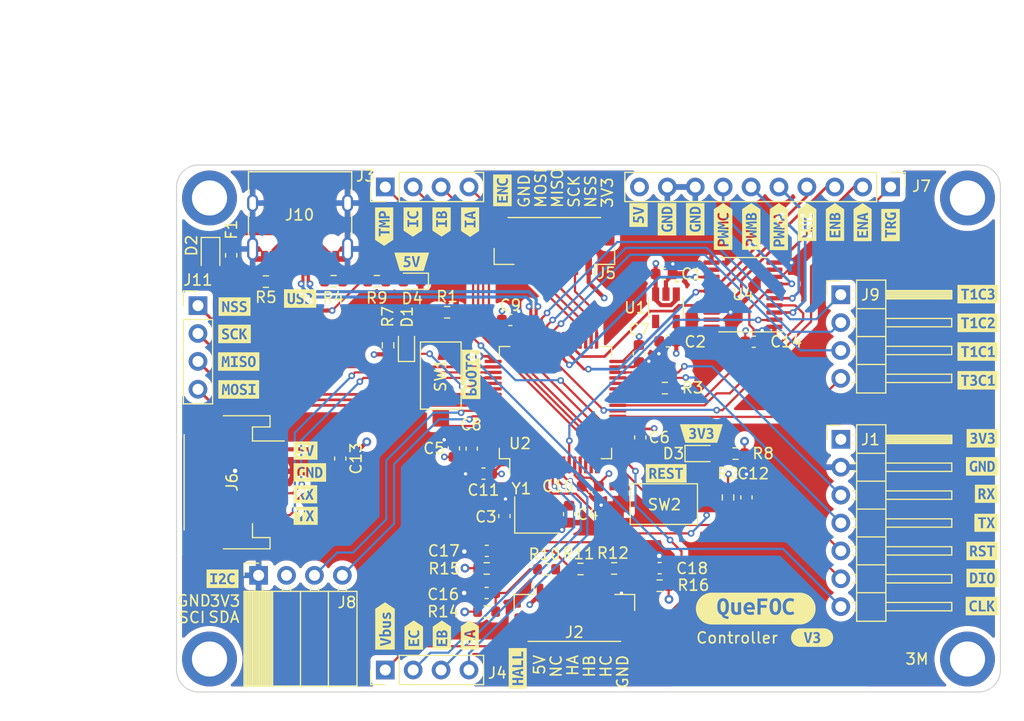
<source format=kicad_pcb>
(kicad_pcb (version 20211014) (generator pcbnew)
  (layers (0 "F.Cu" signal) (1 "In1.Cu" signal) (2 "In2.Cu" signal) (31 "B.Cu" signal) (34 "B.Paste" user) (35 "F.Paste" user) (36 "B.SilkS" user "B.Silkscreen") (37 "F.SilkS" user "F.Silkscreen") (38 "B.Mask" user) (39 "F.Mask" user) (44 "Edge.Cuts" user))
  (net 0 "")
  (net 1 "+5V")
  (net 2 "GND")
  (net 3 "+3V3")
  (net 4 "Net-(C3-Pad2)")
  (net 5 "Net-(C4-Pad2)")
  (net 6 "/Connector/RST")
  (net 7 "/Connector/SWDIO")
  (net 8 "/Connector/SWCLK")
  (net 9 "/Connector/DEBUG_TX")
  (net 10 "/Connector/DEBUG_RX")
  (net 11 "/Connector/IA")
  (net 12 "/Connector/IB")
  (net 13 "/Connector/IC")
  (net 14 "/Connector/TMP")
  (net 15 "/Connector/HALL_A")
  (net 16 "/Connector/HALL_B")
  (net 17 "/Connector/HALL_C")
  (net 18 "/Connector/EA")
  (net 19 "/Connector/EB")
  (net 20 "/Connector/EC")
  (net 21 "/Connector/Vbus")
  (net 22 "/Connector/COM_NSS")
  (net 23 "/Connector/COM_SCK")
  (net 24 "/Connector/COM_MISO")
  (net 25 "/Connector/COM_MOSI")
  (net 26 "/Connector/COM_TX")
  (net 27 "/Connector/COM_RX")
  (net 28 "/Connector/ENCODER_NSS")
  (net 29 "/Connector/ENCODER_SCK")
  (net 30 "/Connector/ENCODER_MISO")
  (net 31 "/Connector/ENCODER_MOSI")
  (net 32 "/Connector/ADC_TRIGGER")
  (net 33 "/ENA")
  (net 34 "/ENB")
  (net 35 "/ENC")
  (net 36 "/PWMA")
  (net 37 "/PWMB")
  (net 38 "/PWMC")
  (net 39 "/Connector/I2C_SCL")
  (net 40 "/Connector/I2C_SDA")
  (net 41 "/Connector/TIM3_CH1")
  (net 42 "/Connector/TIM1_CH1")
  (net 43 "/Connector/TIM1_CH2")
  (net 44 "/Connector/TIM1_CH3")
  (net 45 "Net-(J10-PadA5)")
  (net 46 "/Connector/USB_P")
  (net 47 "/Connector/USB_N")
  (net 49 "Net-(J10-PadB5)")
  (net 51 "Net-(R1-Pad1)")
  (net 52 "Net-(R3-Pad1)")
  (net 53 "/MCU/CAN1_RX")
  (net 54 "Net-(SW1-Pad1)")
  (net 55 "/MCU/PWM_AL")
  (net 56 "/MCU/PWM_BL")
  (net 57 "/MCU/PWM_CL")
  (net 59 "/MCU/CAN1_TX")
  (net 60 "/EN_A")
  (net 61 "/EN_B")
  (net 62 "/EN_C")
  (net 63 "/PWM_AH")
  (net 64 "/PWM_BH")
  (net 65 "/PWM_CH")
  (net 68 "Net-(D1-Pad1)")
  (net 69 "Net-(D1-Pad2)")
  (net 70 "Net-(D2-Pad2)")
  (net 71 "Net-(F1-Pad1)")
  (net 72 "Net-(D3-Pad2)")
  (net 73 "Net-(D4-Pad2)")
  (net 74 "Net-(J2-Pad3)")
  (net 75 "Net-(J2-Pad4)")
  (net 76 "Net-(J2-Pad5)")
  (footprint "kibuzzard-63DB502C" (layer "F.Cu") (at 140.2334 79.640907 90)
    (fp_text reference "kibuzzard-63DB502C" hide)
    (fp_text value "G***" hide)
  )
  (footprint "Capacitor_SMD:C_0603_1608Metric" (layer "F.Cu") (at 125.0124 90.5058 180)
    (fp_text reference "C2")
    (fp_text value "10uF")
  )
  (footprint "kibuzzard-6428EFFA" (layer "F.Cu") (at 91.5416 86.614)
    (fp_text reference "kibuzzard-6428EFFA" hide)
    (fp_text value "G***" hide)
  )
  (footprint "My_hole:M3_hole" (layer "F.Cu") (at 152.2956 77.4534)
    (fp_text reference "H3" hide)
    (fp_text value "MountingHole")
  )
  (footprint "Resistor_SMD:R_0603_1608Metric" (layer "F.Cu") (at 113.983 111.2774 180)
    (fp_text reference "R10")
    (fp_text value "100R")
  )
  (footprint "Capacitor_SMD:C_0603_1608Metric" (layer "F.Cu") (at 132.174 104.7302 90)
    (fp_text reference "C12")
    (fp_text value "100nF")
  )
  (footprint "Connector_PinHeader_2.54mm:PinHeader_1x07_P2.54mm_Horizontal" (layer "F.Cu") (at 140.7668 99.442)
    (fp_text reference "J1")
    (fp_text value "Conn_01x07")
  )
  (footprint "Connector_PinHeader_2.54mm:PinHeader_1x04_P2.54mm_Vertical" (layer "F.Cu") (at 99.2956 76.4534 90)
    (fp_text reference "J3")
    (fp_text value "Conn_01x04")
  )
  (footprint "Resistor_SMD:R_0603_1608Metric" (layer "F.Cu") (at 99.5488 90.874 90)
    (fp_text reference "R7")
    (fp_text value "1K")
  )
  (footprint "kibuzzard-6499ADFE" (layer "F.Cu") (at 138.1506 117.5004)
    (fp_text reference "kibuzzard-6499ADFE" hide)
    (fp_text value "G***" hide)
  )
  (footprint "Capacitor_SMD:C_0603_1608Metric" (layer "F.Cu") (at 108.5342 109.601 180)
    (fp_text reference "C17")
    (fp_text value "10nF")
  )
  (footprint "kibuzzard-63DB4E1F" (layer "F.Cu") (at 153.659532 112.0708)
    (fp_text reference "kibuzzard-63DB4E1F" hide)
    (fp_text value "G***" hide)
  )
  (footprint "Resistor_SMD:R_0603_1608Metric" (layer "F.Cu") (at 88.4308 85.071 180)
    (fp_text reference "R5")
    (fp_text value "5.1K")
  )
  (footprint "My_hole:M3_hole" (layer "F.Cu") (at 83.2956 119.4534)
    (fp_text reference "H1" hide)
    (fp_text value "MountingHole" hide)
  )
  (footprint "kibuzzard-63DB505A" (layer "F.Cu") (at 124.9426 79.394668 90)
    (fp_text reference "kibuzzard-63DB505A" hide)
    (fp_text value "G***" hide)
  )
  (footprint "Diode_SMD:D_SOD-323" (layer "F.Cu") (at 83.3882 82.55 -90)
    (fp_text reference "D2")
    (fp_text value "1N5819")
  )
  (footprint "kibuzzard-63DB53BC" (layer "F.Cu") (at 104.420838 79.646641 90)
    (fp_text reference "kibuzzard-63DB53BC" hide)
    (fp_text value "G***" hide)
  )
  (footprint "Resistor_SMD:R_0603_1608Metric" (layer "F.Cu") (at 120.1288 111.2012)
    (fp_text reference "R12")
    (fp_text value "100R")
  )
  (footprint "Resistor_SMD:R_0603_1608Metric" (layer "F.Cu") (at 131.1787 100.7364 180)
    (fp_text reference "R8")
    (fp_text value "1K")
  )
  (footprint "Capacitor_SMD:C_0603_1608Metric" (layer "F.Cu") (at 124.6756 84.3788)
    (fp_text reference "C1")
    (fp_text value "10uF")
  )
  (footprint "kibuzzard-63DB4DAD" (layer "F.Cu") (at 154.043707 104.4)
    (fp_text reference "kibuzzard-63DB4DAD" hide)
    (fp_text value "G***" hide)
  )
  (footprint "kibuzzard-63DB4FFD" (layer "F.Cu") (at 132.6134 80.044925 90)
    (fp_text reference "kibuzzard-63DB4FFD" hide)
    (fp_text value "G***" hide)
  )
  (footprint "Capacitor_SMD:C_0603_1608Metric" (layer "F.Cu") (at 105.537 100.2668 90)
    (fp_text reference "C5")
    (fp_text value "10uF")
  )
  (footprint "Connector_USB:USB_C_Receptacle_HRO_TYPE-C-31-M-12" (layer "F.Cu") (at 91.5416 78.9686 180)
    (fp_text reference "J10")
    (fp_text value "USB_C_Receptacle_USB2.0")
  )
  (footprint "kibuzzard-63DB5330" (layer "F.Cu") (at 101.887981 117.267216 90)
    (fp_text reference "kibuzzard-63DB5330" hide)
    (fp_text value "G***" hide)
  )
  (footprint "kibuzzard-64294368" (layer "F.Cu") (at 124.8664 102.5398)
    (fp_text reference "kibuzzard-64294368" hide)
    (fp_text value "G***" hide)
  )
  (footprint "Crystal:Crystal_SMD_3225-4Pin_3.2x2.5mm" (layer "F.Cu") (at 113.0792 106.3304)
    (fp_text reference "Y1")
    (fp_text value "8M")
  )
  (footprint "kibuzzard-63DB5A4B" (layer "F.Cu") (at 109.9566 76.7588 90)
    (fp_text reference "kibuzzard-63DB5A4B" hide)
    (fp_text value "G***" hide)
  )
  (footprint "LED_SMD:LED_0603_1608Metric" (layer "F.Cu") (at 128.0667 100.7364)
    (fp_text reference "D3")
    (fp_text value "LED")
  )
  (footprint "Fuse:Fuse_0603_1608Metric" (layer "F.Cu") (at 85.2678 82.6769 -90)
    (fp_text reference "F1")
    (fp_text value "500mA")
  )
  (footprint "kibuzzard-63DB5338" (layer "F.Cu") (at 104.450206 117.270391 90)
    (fp_text reference "kibuzzard-63DB5338" hide)
    (fp_text value "G***" hide)
  )
  (footprint "kibuzzard-63DB4EBF" (layer "F.Cu") (at 153.6381 101.902069)
    (fp_text reference "kibuzzard-63DB4EBF" hide)
    (fp_text value "G***" hide)
  )
  (footprint "Capacitor_SMD:C_0603_1608Metric" (layer "F.Cu") (at 110.1406 106.432 -90)
    (fp_text reference "C3")
    (fp_text value "20pF")
  )
  (footprint "kibuzzard-63DB8743" (layer "F.Cu") (at 84.4804 112.141)
    (fp_text reference "kibuzzard-63DB8743" hide)
    (fp_text value "G***" hide)
  )
  (footprint "kibuzzard-64294348" (layer "F.Cu") (at 107.1118 93.5228 90)
    (fp_text reference "kibuzzard-64294348" hide)
    (fp_text value "G***" hide)
  )
  (footprint "kibuzzard-63DB54EB" (layer "F.Cu") (at 92.047219 106.410126)
    (fp_text reference "kibuzzard-63DB54EB" hide)
    (fp_text value "G***" hide)
  )
  (footprint "Capacitor_SMD:C_0603_1608Metric" (layer "F.Cu") (at 116.0334 106.2542 90)
    (fp_text reference "C4")
    (fp_text value "20pF")
  )
  (footprint "kibuzzard-63DB54F0" (layer "F.Cu") (at 85.9536 94.8944)
    (fp_text reference "kibuzzard-63DB54F0" hide)
    (fp_text value "G***" hide)
  )
  (footprint "kibuzzard-63DB54FA" (layer "F.Cu") (at 85.5726 89.8398)
    (fp_text reference "kibuzzard-63DB54FA" hide)
    (fp_text value "G***" hide)
  )
  (footprint "Button_Switch_SMD:SW_SPST_CK_RS282G05A3" (layer "F.Cu") (at 124.6556 105.3398)
    (fp_text reference "SW2")
    (fp_text value "SW_3*6*2.5")
  )
  (footprint "kibuzzard-63DB54FE" (layer "F.Cu") (at 85.5726 87.3506)
    (fp_text reference "kibuzzard-63DB54FE" hide)
    (fp_text value "G***" hide)
  )
  (footprint "kibuzzard-63DB54F5" (layer "F.Cu") (at 85.9536 92.3544)
    (fp_text reference "kibuzzard-63DB54F5" hide)
    (fp_text value "G***" hide)
  )
  (footprint "LED_SMD:LED_0603_1608Metric" (layer "F.Cu") (at 101.7392 85.0392 180)
    (fp_text reference "D4")
    (fp_text value "LED")
  )
  (footprint "Capacitor_SMD:C_0603_1608Metric" (layer "F.Cu") (at 95.1992 101.1936 -90)
    (fp_text reference "C13")
    (fp_text value "22uF")
  )
  (footprint "Capacitor_SMD:C_0603_1608Metric" (layer "F.Cu") (at 107.1626 100.2922 -90)
    (fp_text reference "C8")
    (fp_text value "100nF")
  )
  (footprint "kibuzzard-63DD3376" (layer "F.Cu") (at 101.7016 83.2612)
    (fp_text reference "kibuzzard-63DD3376" hide)
    (fp_text value "G***" hide)
  )
  (footprint "kibuzzard-63DB53B7" (layer "F.Cu") (at 101.803844 79.649816 90)
    (fp_text reference "kibuzzard-63DB53B7" hide)
    (fp_text value "G***" hide)
  )
  (footprint "kibuzzard-63DB532A" (layer "F.Cu") (at 99.2694 116.4396 90)
    (fp_text reference "kibuzzard-63DB532A" hide)
    (fp_text value "G***" hide)
  )
  (footprint "Connector_PinHeader_2.54mm:PinHeader_1x10_P2.54mm_Vertical" (layer "F.Cu") (at 145.2956 76.4534 -90)
    (fp_text reference "J7")
    (fp_text value "Conn_01x10")
  )
  (footprint "kibuzzard-63DB4D96" (layer "F.Cu") (at 154.020688 107.0416)
    (fp_text reference "kibuzzard-63DB4D96" hide)
    (fp_text value "G***" hide)
  )
  (footprint "download-footprints:SOT94P279X129-5N" (layer "F.Cu") (at 124.847 87.4578 -90)
    (fp_text reference "U1")
    (fp_text value "RT9013-33GB")
  )
  (footprint "kibuzzard-63DB5018" (layer "F.Cu") (at 137.6934 79.644082 90)
    (fp_text reference "kibuzzard-63DB5018" hide)
    (fp_text value "G***" hide)
  )
  (footprint "kibuzzard-63DB4FBE" (layer "F.Cu") (at 122.3518 79.003349 90)
    (fp_text reference "kibuzzard-63DB4FBE" hide)
    (fp_text value "G***" hide)
  )
  (footprint "kibuzzard-63DBB986" (layer "F.Cu") (at 153.253131 88.8298)
    (fp_text reference "kibuzzard-63DBB986" hide)
    (fp_text value "G***" hide)
  )
  (footprint "Capacitor_SMD:C_0603_1608Metric" (layer "F.Cu") (at 117.9638 103.7142)
    (fp_text reference "C10")
    (fp_text value "100nF")
  )
  (footprint "kibuzzard-6499AD8A" (layer "F.Cu") (at 92.429807 102.458044)
    (fp_text reference "kibuzzard-6499AD8A" hide)
    (fp_text value "G***" hide)
  )
  (footprint "Connector_PinHeader_2.54mm:PinHeader_1x04_P2.54mm_Vertical" (layer "F.Cu") (at 82.2452 87.259)
    (fp_text reference "J11")
    (fp_text value "Conn_01x04")
  )
  (footprint "kibuzzard-63DB5090" (layer "F.Cu") (at 145.288 79.919689 90)
    (fp_text reference "kibuzzard-63DB5090" hide)
    (fp_text value "G***" hide)
  )
  (footprint "kibuzzard-63DD32DB" (layer "F.Cu") (at 128.0668 98.9076)
    (fp_text reference "kibuzzard-63DD32DB" hide)
    (fp_text value "G***" hide)
  )
  (footprint "kibuzzard-6499AD86" (layer "F.Cu") (at 92.038488 100.466526)
    (fp_text reference "kibuzzard-6499AD86" hide)
    (fp_text value "G***" hide)
  )
  (footprint "kibuzzard-63DB539A" (layer "F.Cu") (at 99.1932 80.0668 90)
    (fp_text reference "kibuzzard-63DB539A" hide)
    (fp_text value "G***" hide)
  )
  (footprint "Capacitor_SMD:C_0603_1608Metric" (layer "F.Cu") (at 110.6808 88.5698 180)
    (fp_text reference "C9")
    (fp_text value "100nF")
  )
  (footprint "kibuzzard-63DB4FD1" (layer "F.Cu") (at 130.048 80.0481 90)
    (fp_text reference "kibuzzard-63DB4FD1" hide)
    (fp_text value "G***" hide)
  )
  (footprint "Capacitor_SMD:C_0603_1608Metric" (layer "F.Cu") (at 108.522 113.4364 180)
    (fp_text reference "C16")
    (fp_text value "10nF")
  )
  (footprint "Resistor_SMD:R_0603_1608Metric" (layer "F.Cu") (at 104.9214 87.8646)
    (fp_text reference "R1")
    (fp_text value "10K")
  )
  (footprint "kibuzzard-63DB591F" (layer "F.Cu") (at 111.3536 120.303848 90)
    (fp_text reference "kibuzzard-63DB591F" hide)
    (fp_text value "G***" hide)
  )
  (footprint "Resistor_SMD:R_0603_1608Metric" (layer "F.Cu") (at 98.5266 85.0392)
    (fp_text reference "R9")
    (fp_text value "1K")
  )
  (footprint "kibuzzard-63DB534F" (layer "F.Cu") (at 106.991 117.256898 90)
    (fp_text reference "kibuzzard-63DB534F" hide)
    (fp_text value "G***" hide)
  )
  (footprint "Resistor_SMD:R_0603_1608Metric" (layer "F.Cu") (at 94.5896 85.0392)
    (fp_text reference "R4")
    (fp_text value "5.1K")
  )
  (footprint "Capacitor_SMD:C_0603_1608Metric" (layer "F.Cu") (at 108.2356 102.5652)
    (fp_text reference "C11")
    (fp_text value "100nF")
  )
  (footprint "kibuzzard-63D56192" (layer "F.Cu") (at 133.0198 114.8588)
    (fp_text reference "kibuzzard-63D56192" hide)
    (fp_text value "G***" hide)
  )
  (footprint "kibuzzard-63DB4E06" (layer "F.Cu") (at 153.6254 114.627469)
    (fp_text reference "kibuzzard-63DB4E06" hide)
    (fp_text value "G***" hide)
  )
  (footprint "Resistor_SMD:R_0603_1608Metric" (layer "F.Cu") (at 130.4976 104.7302 -90)
    (fp_text reference "R2")
    (fp_text value "10K")
  )
  (footprint "Connector_JST:JST_GH_SM06B-GHS-TB_1x06-1MP_P1.25mm_Horizontal" (layer "F.Cu") (at 114.6872 81.794 180)
    (fp_text reference "J5")
    (fp_text value "Conn_01x06")
  )
  (footprint "Connector_JST:JST_GH_SM06B-GHS-TB_1x06-1MP_P1.25mm_Horizontal" (layer "F.Cu") (at 116.5132 115.2868)
    (fp_text reference "J2")
    (fp_text value "Conn_01x06")
  )
  (footprint "LED_SMD:LED_0603_1608Metric" (layer "F.Cu") (at 101.2252 90.8617 90)
    (fp_text reference "D1")
    (fp_text value "LED")
  )
  (footprint "Resistor_SMD:R_0603_1608Metric" (layer "F.Cu") (at 124.269 112.776 180)
    (fp_text reference "R16")
    (fp_text value "4.7K")
  )
  (footprint "Capacitor_SMD:C_0603_1608Metric" (layer "F.Cu") (at 122.5104 99.2692 -90)
    (fp_text reference "C6")
    (fp_text value "100nF")
  )
  (footprint "Connector_PinSocket_2.54mm:PinSocket_1x04_P2.54mm_Horizontal" (layer "F.Cu") (at 87.7678 111.8304 90)
    (fp_text reference "J8")
    (fp_text value "Conn_01x04")
  )
  (footprint "Capacitor_SMD:C_0603_1608Metric" (layer "F.Cu") (at 124.2682 111.1758)
    (fp_text reference "C18")
    (fp_text value "10nF")
  )
  (footprint "kibuzzard-63DB4DB8" (layer "F.Cu") (at 153.657944 109.607)
    (fp_text reference "kibuzzard-63DB4DB8" hide)
    (fp_text value "G***" hide)
  )
  (footprint "Connector_PinHeader_2.54mm:PinHeader_1x04_P2.54mm_Horizontal" (layer "F.Cu") (at 140.7606 86.2684)
    (fp_text reference "J9")
    (fp_text value "Conn_01x04")
  )
  (footprint "Package_SO:TSSOP-20_4.4x6.5mm_P0.65mm" (layer "F.Cu") (at 131.8576 86.2644 180)
    (fp_text reference "U4")
    (fp_text value "74HC244")
  )
  (footprint "Resistor_SMD:R_0603_1608Metric" (layer "F.Cu") (at 108.5342 111.2012)
    (fp_text reference "R15")
    (fp_text value "4.7K")
  )
  (footprint "Connector_PinHeader_2.54mm:PinHeader_1x04_P2.54mm_Vertical" (layer "F.Cu") (at 99.2956 120.4534 90)
    (fp_text reference "J4")
    (fp_text value "Conn_01x04")
  )
  (footprint "kibuzzard-63DB4EC6" (layer "F.Cu") (at 153.666675 99.3454)
    (fp_text reference "kibuzzard-63DB4EC6" hide)
    (fp_text value "G***" hide)
  )
  (footprint "Button_Switch_SMD:SW_SPST_CK_RS282G05A3" (layer "F.Cu") (at 104.3494 93.6304 90)
    (fp_text reference "SW1")
    (fp_text value "SW_3*6*2.5")
  )
  (footprint "kibuzzard-63DB53BF" (layer "F.Cu") (at 107.0164 79.660135 90)
    (fp_text reference "kibuzzard-63DB53BF" hide)
    (fp_text value "G***" hide)
  )
  (footprint "Resistor_SMD:R_0603_1608Metric" (layer "F.Cu") (at 124.7456 94.7734)
    (fp_text reference "R3")
    (fp_text value "10K")
  )
  (footprint "My_hole:M3_hole" (layer "F.Cu") (at 152.2956 119.4534)
    (fp_text reference "H2" hide)
    (fp_text value "MountingHole" hide)
  )
  (footprint "kibuzzard-63DB54E7" (layer "F.Cu") (at 92.0242 104.4448)
    (fp_text reference "kibuzzard-63DB54E7" hide)
    (fp_text value "G***" hide)
  )
  (footprint "Package_QFP:LQFP-64_10x10mm_P0.5mm" (layer "F.Cu") (at 114.7888 96.0942 90)
    (fp_text reference "U2")
    (fp_text value "CH32V305RBT6")
  )
  (footprint "kibuzzard-63DBB991" (layer "F.Cu") (at 153.25075 94.0622)
    (fp_text reference "kibuzzard-63DBB991" hide)
    (fp_text value "G***" hide)
  )
  (footprint "My_hole:M3_hole" (layer "F.Cu") (at 83.2956 77.4534)
    (fp_text reference "H4" hide)
    (fp_text value "MountingHole")
  )
  (footprint "Capacitor_SMD:C_0603_1608Metric" (layer "F.Cu") (at 122.3834 91.6238 90)
    (fp_text reference "C7")
    (fp_text value "100nF")
  )
  (footprint "kibuzzard-63DBB98A" (layer "F.Cu") (at 153.25075 91.446)
    (fp_text reference "kibuzzard-63DBB98A" hide)
    (fp_text value "G***" hide)
  )
  (footprint "Resistor_SMD:R_0603_1608Metric" (layer "F.Cu") (at 108.522 115.1382)
    (fp_text reference "R14")
    (fp_text value "4.7K")
  )
  (footprint "kibuzzard-63DB5009" (layer "F.Cu") (at 135.128 80.060271 90)
    (fp_text reference "kibuzzard-63DB5009" hide)
    (fp_text value "G***" hide)
  )
  (footprint "Connector_JST:JST_PH_S4B-PH-SM4-TB_1x04-1MP_P2.00mm_Horizontal" (layer "F.Cu") (at 85.4964 103.3526 -90)
    (fp_text reference "J6")
    (fp_text value "Conn_01x04")
  )
  (footprint "kibuzzard-63DB5079" (layer "F.Cu") (at 127.508 79.394668 90)
    (fp_text reference "kibuzzard-63DB5079" hide)
    (fp_text value "G***" hide)
  )
  (footprint "kibuzzard-63DB5036" (layer "F.Cu") (at 142.748 79.6544 90)
    (fp_text reference "kibuzzard-63DB5036" hide)
    (fp_text value "G***" hide)
  )
  (footprint "Resistor_SMD:R_0603_1608Metric" (layer "F.Cu") (at 117.0686 111.252 180)
    (fp_text reference "R11")
    (fp_text value "100R")
  )
  (footprint "Capacitor_SMD:C_0603_1608Metric" (layer "F.Cu") (at 132.842 90.551 180)
    (fp_text reference "C14")
    (fp_text value "100nF")
  )
  (footprint "kibuzzard-63DBB976" (layer "F.Cu") (at 153.2444 86.2136)
    (fp_text reference "kibuzzard-63DBB976" hide)
    (fp_text value "G***" hide)
  )
  (gr_line (start 80.2956 120.4534) (end 80.2956 76.4534) (layer "Edge.Cuts") (width 0.1))
  (gr_arc (start 155.2956 120.4534) (mid 154.709814 121.867614) (end 153.2956 122.4534) (layer "Edge.Cuts") (width 0.1))
  (gr_arc (start 153.2956 74.4534) (mid 154.709814 75.039186) (end 155.2956 76.4534) (layer "Edge.Cuts") (width 0.1))
  (gr_arc (start 82.2956 122.4534) (mid 80.881386 121.867614) (end 80.2956 120.4534) (layer "Edge.Cuts") (width 0.1))
  (gr_line (start 155.2956 76.4534) (end 155.2956 120.4534) (layer "Edge.Cuts") (width 0.1))
  (gr_arc (start 80.2956 76.4534) (mid 80.881386 75.039186) (end 82.2956 74.4534) (layer "Edge.Cuts") (width 0.1))
  (gr_line (start 82.2956 74.4534) (end 153.2956 74.4534) (layer "Edge.Cuts") (width 0.1))
  (gr_line (start 153.2956 122.4534) (end 82.2956 122.4534) (layer "Edge.Cuts") (width 0.1))
  (gr_text "3M" (at 147.701 119.4562) (layer "F.SilkS") (effects (font (size 1 1))))
  (gr_text "5V" (at 113.3348 119.9896 90) (layer "F.SilkS") (effects (font (size 1 1))))
  (gr_text "3V3" (at 84.709 114.173) (layer "F.SilkS") (effects (font (size 1 1))))
  (gr_text "HB" (at 117.87632 120.108648 90) (layer "F.SilkS") (effects (font (size 1 1))))
  (gr_text "GND" (at 111.9378 76.818781 90) (layer "F.SilkS") (effects (font (size 1 1))))
  (gr_text "HA" (at 116.36248 120.037219 90) (layer "F.SilkS") (effects (font (size 1 1))))
  (gr_text "3V3" (at 119.50812 76.961638 90) (layer "F.SilkS") (effects (font (size 1 1))))
  (gr_text "GND" (at 81.8896 114.1476) (layer "F.SilkS") (effects (font (size 1 1))))
  (gr_text "SDA" (at 84.6074 115.6462) (layer "F.SilkS") (effects (font (size 1 1))))
  (gr_text "MISO" (at 114.965928 76.533066 90) (layer "F.SilkS") (effects (font (size 1 1))))
  (gr_text "GND" (at 120.904 120.608648 90) (layer "F.SilkS") (effects (font (size 1 1))))
  (gr_text "SCK" (at 116.479992 76.8664 90) (layer "F.SilkS") (effects (font (size 1 1))))
  (gr_text "Controller" (at 131.318 117.5258) (layer "F.SilkS") (effects (font (size 1 1))))
  (gr_text "SCI" (at 81.6864 115.6716) (layer "F.SilkS") (effects (font (size 1 1))))
  (gr_text "MOSI" (at 113.451864 76.533066 90) (layer "F.SilkS") (effects (font (size 1 1))))
  (gr_text "HC" (at 119.39016 120.108648 90) (layer "F.SilkS") (effects (font (size 1 1))))
  (gr_text "NC" (at 114.84864 120.108648 90) (layer "F.SilkS") (effects (font (size 1 1))))
  (gr_text "NSS" (at 117.994056 76.8664 90) (layer "F.SilkS") (effects (font (size 1 1))))
  (segment (start 123.907 86.2128) (end 123.907 84.4356) (width 0.381) (layer "F.Cu") (net 1))
  (segment (start 125.3053 87.2165) (end 125.787 86.7348) (width 0.381) (layer "F.Cu") (net 1))
  (segment (start 89.4334 87.7062) (end 94.4626 87.7062) (width 0.381) (layer "F.Cu") (net 1))
  (segment (start 84.4296 86.3346) (end 88.0618 86.3346) (width 0.381) (layer "F.Cu") (net 1))
  (segment (start 88.0618 86.3346) (end 89.4334 87.7062) (width 0.381) (layer "F.Cu") (net 1))
  (segment (start 123.9266 83.4136) (end 123.9066 83.4336) (width 0.381) (layer "F.Cu") (net 1))
  (segment (start 97.1296 85.0392) (end 94.4626 87.7062) (width 0.2032) (layer "F.Cu") (net 1))
  (segment (start 82.2956 82.5926) (end 82.2956 84.2006) (width 0.381) (layer "F.Cu") (net 1))
  (segment (start 95.1332 100.3526) (end 95.1992 100.4186) (width 0.381) (layer "F.Cu") (net 1))
  (segment (start 123.907 84.4356) (end 123.9066 84.4352) (width 0.381) (layer "F.Cu") (net 1))
  (segment (start 123.907 86.2128) (end 123.907 86.734115) (width 0.381) (layer "F.Cu") (net 1))
  (segment (start 83.3882 81.5) (end 82.2956 82.5926) (width 0.381) (layer "F.Cu") (net 1))
  (segment (start 123.907 86.734115) (end 124.389385 87.2165) (width 0.381) (layer "F.Cu") (net 1))
  (segment (start 96.8632 100.4186) (end 97.6122 99.6696) (width 0.381) (layer "F.Cu") (net 1))
  (segment (start 95.1992 100.4186) (end 96.8632 100.4186) (width 0.381) (layer "F.Cu") (net 1))
  (segment (start 112.4458 114.5032) (end 113.3882 113.5608) (width 0.381) (layer "F.Cu") (net 1))
  (segment (start 82.2956 84.2006) (end 84.4296 86.3346) (width 0.381) (layer "F.Cu") (net 1))
  (segment (start 125.787 86.7348) (end 125.787 86.2128) (width 0.381) (layer "F.Cu") (net 1))
  (segment (start 123.9066 83.4336) (end 123.9066 84.4352) (width 0.381) (layer "F.Cu") (net 1))
  (segment (start 124.389385 87.2165) (end 125.3053 87.2165) (width 0.381) (layer "F.Cu") (net 1))
  (segment (start 97.7016 85.0392) (end 97.1296 85.0392) (width 0.2032) (layer "F.Cu") (net 1))
  (segment (start 88.3464 100.3526) (end 95.1332 100.3526) (width 0.381) (layer "F.Cu") (net 1))
  (via (at 97.6122 99.6696) (size 0.8) (drill 0.4) (layers "F.Cu" "B.Cu") (net 1))
  (via (at 112.4458 114.5032) (size 0.6096) (drill 0.3048) (layers "F.Cu" "B.Cu") (net 1))
  (via (at 123.9266 83.4136) (size 0.6096) (drill 0.3048) (layers "F.Cu" "B.Cu") (net 1))
  (via (at 94.4626 87.7062) (size 0.6096) (drill 0.3048) (layers "F.Cu" "B.Cu") (net 1))
  (segment (start 94.7916 84.4162) (end 94.7916 83.0136) (width 0.2032) (layer "F.Cu") (net 2))
  (segment (start 136.271 83.712553) (end 136.271 83.3374) (width 0.2032) (layer "F.Cu") (net 2))
  (segment (start 111.5622 83.644) (end 111.5622 87.6638) (width 0.25) (layer "F.Cu") (net 2))
  (segment (start 107.7592 109.601) (end 106.549576 109.601) (width 0.2032) (layer "F.Cu") (net 2))
  (segment (start 120.4638 92.8442) (end 121.938 92.8442) (width 0.25) (layer "F.Cu") (net 2))
  (segment (start 120.4638 98.3442) (end 119.4862 98.3442) (width 0.2032) (layer "F.Cu") (net 2))
  (segment (start 107.747 113.4364) (end 106.4768 113.4364) (width 0.2032) (layer "F.Cu") (net 2))
  (segment (start 132.174 103.9552) (end 132.174 102.6236) (width 0.2032) (layer "F.Cu") (net 2))
  (segment (start 124.2374 91.6118) (end 124.206 91.6432) (width 0.381) (layer "F.Cu") (net 2))
  (segment (start 106.549576 109.601) (end 106.491648 109.658928) (width 0.2032) (layer "F.Cu") (net 2))
  (segment (start 95.1992 101.9686) (end 94.8152 102.3526) (width 0.381) (layer "F.Cu") (net 2))
  (segment (start 124.847 86.2128) (end 124.847 85.0448) (width 0.381) (layer "F.Cu") (net 2))
  (segment (start 134.7201 84.6394) (end 135.344153 84.6394) (width 0.2032) (layer "F.Cu") (net 2))
  (segment (start 124.847 85.0448) (end 125.4566 84.4352) (width 0.381) (layer "F.Cu") (net 2))
  (segment (start 122.3834 92.3988) (end 123.2218 92.3988) (width 0.25) (layer "F.Cu") (net 2))
  (segment (start 117.227 103.7142) (end 118.9482 105.4354) (width 0.2032) (layer "F.Cu") (net 2))
  (segment (start 107.4606 102.5652) (end 106.6292 102.5652) (width 0.2032) (layer "F.Cu") (net 2))
  (segment (start 116.5388 101.7692) (end 116.5388 102.715511) (width 0.2032) (layer "F.Cu") (net 2))
  (segment (start 105.537 99.4918) (end 104.6734 99.4918) (width 0.25) (layer "F.Cu") (net 2))
  (segment (start 130.7338 87.8586) (end 130.053 88.5394) (width 0.2032) (layer "F.Cu") (net 2))
  (segment (start 123.2218 92.3988) (end 123.2916 92.329) (width 0.25) (layer "F.Cu") (net 2))
  (segment (start 120.7774 113.4368) (end 119.6382 113.4368) (width 0.381) (layer "F.Cu") (net 2))
  (segment (start 117.1888 103.7142) (end 117.227 103.7142) (width 0.2032) (layer "F.Cu") (net 2))
  (segment (start 94.8152 102.3526) (end 88.3464 102.3526) (width 0.381) (layer "F.Cu") (net 2))
  (segment (start 119.3008 98.5296) (end 119.3008 99.0854) (width 0.2032) (layer "F.Cu") (net 2))
  (segment (start 125.0432 110.87) (end 124.2314 110.0582) (width 0.2032) (layer "F.Cu") (net 2))
  (segment (start 121.8104 99.3442) (end 122.5104 100.0442) (width 0.25) (layer "F.Cu") (net 2))
  (segment (start 120.4638 99.3442) (end 121.8104 99.3442) (width 0.25) (layer "F.Cu") (net 2))
  (segment (start 120.796061 113.455461) (end 120.7774 113.4368) (width 0.381) (layer "F.Cu") (net 2))
  (segment (start 110.1406 104.9715) (end 110.236 104.8761) (width 0.2032) (layer "F.Cu") (net 2))
  (segment (start 133.604 89.535) (end 133.604 90.3856) (width 0.2032) (layer "F.Cu") (net 2))
  (segment (start 116.0334 107.0292) (end 114.3304 107.0292) (width 0.2032) (layer "F.Cu") (net 2))
  (segment (start 125.5706 94.7734) (end 126.3456 94.7734) (width 0.2032) (layer "F.Cu") (net 2))
  (segment (start 117.1888 103.365511) (end 117.1888 103.7142) (width 0.2032) (layer "F.Cu") (net 2))
  (segment (start 114.3304 107.0292) (end 114.1792 107.1804) (width 0.2032) (layer "F.Cu") (net 2))
  (segment (start 111.5388 90.4192) (end 111.5388 88.6528) (width 0.2032) (layer "F.Cu") (net 2))
  (segment (start 111.5388 88.6528) (end 111.4558 88.5698) (width 0.2032) (layer "F.Cu") (net 2))
  (segment (start 111.5622 87.6638) (end 111.4496 87.7764) (width 0.25) (layer "F.Cu") (net 2))
  (segment (start 115.374001 107.677801) (end 115.384799 107.677801) (width 0.2032) (layer "F.Cu") (net 2))
  (segment (start 136.271 83.3374) (end 136.269 83.3394) (width 0.2032) (layer "F.Cu") (net 2))
  (segment (start 133.604 90.3856) (end 133.617 90.3986) (width 0.2032) (layer "F.Cu") (net 2))
  (segment (start 121.938 92.8442) (end 122.3834 92.3988) (width 0.25) (layer "F.Cu") (net 2))
  (segment (start 116.5388 102.715511) (end 117.1888 103.365511) (width 0.2032) (layer "F.Cu") (net 2))
  (segment (start 88.2916 83.0136) (end 88.2916 84.3852) (width 0.2032) (layer "F.Cu") (net 2))
  (segment (start 110.1406 105.657) (end 110.1406 104.9715) (width 0.2032) (layer "F.Cu") (net 2))
  (segment (start 111.4558 87.7826) (end 111.4558 88.5698) (width 0.2032) (layer "F.Cu") (net 2))
  (segment (start 135.344153 84.6394) (end 136.271 83.712553) (width 0.2032) (layer "F.Cu") (net 2))
  (segment (start 110.3172 105.4804) (end 110.1406 105.657) (width 0.2032) (layer "F.Cu") (net 2))
  (segment (start 136.269 83.3394) (end 134.7201 83.3394) (width 0.2032) (layer "F.Cu") (net 2))
  (segment (start 133.617 90.3986) (end 133.7694 90.3986) (width 0.2032) (layer "F.Cu") (net 2))
  (segment (start 95.4146 85.0392) (end 94.7916 84.4162) (width 0.2032) (layer "F.Cu") (net 2))
  (segment (start 119.4862 98.3442) (end 119.3008 98.5296) (width 0.2032) (layer "F.Cu") (net 2))
  (segment (start 125.4566 83.4838) (end 125.476 83.4644) (width 0.381) (layer "F.Cu") (net 2))
  (segment (start 125.0432 111.1758) (end 125.0432 110.87) (width 0.2032) (layer "F.Cu") (net 2))
  (segment (start 130.053 88.5394) (end 128.9951 88.5394) (width 0.2032) (layer "F.Cu") (net 2))
  (segment (start 107.3356 99.3442) (end 107.1626 99.5172) (width 0.2032) (layer "F.Cu") (net 2))
  (segment (start 124.2374 90.5058) (end 124.2374 91.6118) (width 0.381) (layer "F.Cu") (net 2))
  (segment (start 105.537 99.4918) (end 107.1372 99.4918) (width 0.25) (layer "F.Cu") (net 2))
  (segment (start 85.6234 102.3112) (end 88.305 102.3112) (width 0.381) (layer "F.Cu") (net 2))
  (segment (start 111.4496 87.7764) (end 111.4558 87.7826) (width 0.2032) (layer "F.Cu") (net 2))
  (segment (start 106.6292 102.5652) (end 106.6038 102.5906) (width 0.2032) (layer "F.Cu") (net 2))
  (segment (start 125.4566 84.4352) (end 125.4566 83.4838) (width 0.381) (layer "F.Cu") (net 2))
  (segment (start 134.7201 89.4479) (end 134.7201 89.1894) (width 0.2032) (layer "F.Cu") (net 2))
  (segment (start 132.174 102.6236) (end 132.1816 102.616) (width 0.2032) (layer "F.Cu") (net 2))
  (segment (start 119.3008 99.0854) (end 119.5596 99.3442) (width 0.2032) (layer "F.Cu") (net 2))
  (segment (start 111.9792 105.4804) (end 110.3172 105.4804) (width 0.2032) (layer "F.Cu") (net 2))
  (segment (start 88.305 102.3112) (end 88.3464 102.3526) (width 0.381) (layer "F.Cu") (net 2))
  (segment (start 119.5596 99.3442) (end 120.4638 99.3442) (width 0.2032) (layer "F.Cu") (net 2))
  (segment (start 107.118 99.6118) (end 107.1434 99.6372) (width 0.25) (layer "F.Cu") (net 2))
  (segment (start 115.384799 107.677801) (end 116.0334 107.0292) (width 0.2032) (layer "F.Cu") (net 2))
  (segment (start 133.7694 90.3986) (end 134.7201 89.4479) (width 0.2032) (layer "F.Cu") (net 2))
  (segment (start 109.1138 99.3442) (end 107.3356 99.3442) (width 0.2032) (layer "F.Cu") (net 2))
  (segment (start 88.2916 84.3852) (end 87.6058 85.071) (width 0.2032) (layer "F.Cu") (net 2))
  (segment (start 126.3456 94.7734) (end 126.365 94.7928) (width 0.2032) (layer "F.Cu") (net 2))
  (segment (start 104.6734 99.4918) (end 104.663446 99.481846) (width 0.25) (layer "F.Cu") (net 2))
  (via (at 106.4768 113.4364) (size 0.8) (drill 0.4) (layers "F.Cu" "B.Cu") (net 2))
  (via (at 106.6038 102.5906) (size 0.6096) (drill 0.3048) (layers "F.Cu" "B.Cu") (net 2))
  (via (at 132.1816 102.616) (size 0.6096) (drill 0.3048) (layers "F.Cu" "B.Cu") (net 2))
  (via (at 136.271 83.3374) (size 0.6096) (drill 0.3048) (layers "F.Cu" "B.Cu") (net 2))
  (via (at 104.663446 99.481846) (size 0.6096) (drill 0.3048) (layers "F.Cu" "B.Cu") (net 2))
  (via (at 123.2916 92.329) (size 0.6096) (drill 0.3048) (layers "F.Cu" "B.Cu") (net 2))
  (via (at 130.7338 87.8586) (size 0.6096) (drill 0.3048) (layers "F.Cu" "B.Cu") (net 2))
  (via (at 126.365 94.7928) (size 0.6096) (drill 0.3048) (layers "F.Cu" "B.Cu") (net 2))
  (via (at 133.604 89.535) (size 0.6096) (drill 0.3048) (layers "F.Cu" "B.Cu") (net 2))
  (via (at 106.491648 109.658928) (size 0.8) (drill 0.4) (layers "F.Cu" "B.Cu") (net 2))
  (via (at 124.2314 110.0582) (size 0.8) (drill 0.4) (layers "F.Cu" "B.Cu") (net 2))
  (via (at 111.4496 87.7764) (size 0.6096) (drill 0.3048) (layers "F.Cu" "B.Cu") (net 2))
  (via (at 115.374001 107.677801) (size 0.6096) (drill 0.3048) (layers "F.Cu" "B.Cu") (net 2))
  (via (at 120.796061 113.455461) (size 0.6096) (drill 0.3048) (layers "F.Cu" "B.Cu") (net 2))
  (via (at 124.206 91.6432) (size 0.6096) (drill 0.3048) (layers "F.Cu" "B.Cu") (net 2))
  (via (at 110.236 104.8761) (size 0.6096) (drill 0.3048) (layers "F.Cu" "B.Cu") (net 2))
  (via (at 85.6234 102.3112) (size 0.8) (drill 0.4) (layers "F.Cu" "B.Cu") (net 2))
  (via (at 118.9482 105.4354) (size 0.6096) (drill 0.3048) (layers "F.Cu" "B.Cu") (net 2))
  (via (at 125.476 83.4644) (size 0.6096) (drill 0.3048) (layers "F.Cu" "B.Cu") (net 2))
  (segment (start 132.1054 89.535) (end 132.067 89.5734) (width 0.2032) (layer "F.Cu") (net 3))
  (segment (start 107.6838 111.1758) (end 107.7092 111.2012) (width 0.2032) (layer "F.Cu") (net 3))
  (segment (start 117.8122 85.1478) (end 119.2276 86.5632) (width 0.381) (layer "F.Cu") (net 3))
  (segment (start 125.7874 91.6112) (end 125.7808 91.6178) (width 0.381) (layer "F.Cu") (net 3))
  (segment (start 108.3856 99.8442) (end 107.1626 101.0672) (width 0.2032) (layer "F.Cu") (net 3))
  (segment (start 120.4638 92.3442) (end 120.888 92.3442) (width 0.2032) (layer "F.Cu") (net 3))
  (segment (start 122.5104 98.4942) (end 123.7304 98.4942) (width 0.25) (layer "F.Cu") (net 3))
  (segment (start 98.293 91.699) (end 98.2726 91.7194) (width 0.381) (layer "F.Cu") (net 3))
  (segment (start 106.553 111.1758) (end 107.6838 111.1758) (width 0.2032) (layer "F.Cu") (net 3))
  (segment (start 125.094 112.776) (end 125.094 113.9942) (width 0.2032) (layer "F.Cu") (net 3))
  (segment (start 99.5488 91.699) (end 98.293 91.699) (width 0.381) (layer "F.Cu") (net 3))
  (segment (start 108.74 99.8192) (end 109.4548 99.8192) (width 0.25) (layer "F.Cu") (net 3))
  (segment (start 106.5276 115.1636) (end 106.553 115.1382) (width 0.2032) (layer "F.Cu") (net 3))
  (segment (start 109.036 102.5906) (end 109.0106 102.5652) (width 0.25) (layer "F.Cu") (net 3))
  (segment (start 109.9058 88.5698) (end 109.9058 87.7708) (width 0.2032) (layer "F.Cu") (net 3))
  (segment (start 132.067 90.551) (end 130.3567 90.551) (width 0.2032) (layer "F.Cu") (net 3))
  (segment (start 109.8066 101.7692) (end 109.0106 102.5652) (width 0.25) (layer "F.Cu") (net 3))
  (segment (start 130.4976 103.9052) (end 130.4976 102.6236) (width 0.2032) (layer "F.Cu") (net 3))
  (segment (start 117.9622 102.9376) (end 118.7388 103.7142) (width 0.2032) (layer "F.Cu") (net 3))
  (segment (start 109.1138 99.8442) (end 108.3856 99.8442) (width 0.2032) (layer "F.Cu") (net 3))
  (segment (start 104.674 101.0418) (end 105.537 101.0418) (width 0.25) (layer "F.Cu") (net 3))
  (segment (start 125.7874 90.5058) (end 125.7874 91.6112) (width 0.381) (layer "F.Cu") (net 3))
  (segment (start 122.3834 90.0876) (end 122.4026 90.0684) (width 0.25) (layer "F.Cu") (net 3))
  (segment (start 117.3362 102.9344) (end 117.63325 102.9344) (width 0.2032) (layer "F.Cu") (net 3))
  (segment (start 111.0388 89.7028) (end 111.0388 90.4192) (width 0.2032) (layer "F.Cu") (net 3))
  (segment (start 117.0388 102.637) (end 117.3362 102.9344) (width 0.2032) (layer "F.Cu") (net 3))
  (segment (start 117.0388 101.7692) (end 117.0388 102.637) (width 0.2032) (layer "F.Cu") (net 3))
  (segment (start 132.067 89.5734) (end 132.067 90.551) (width 0.2032) (layer "F.Cu") (net 3))
  (segment (start 109.9058 88.5698) (end 111.0388 89.7028) (width 0.2032) (layer "F.Cu") (net 3))
  (segment (start 118.7388 103.4858) (end 119.6594 102.5652) (width 0.2032) (layer "F.Cu") (net 3))
  (segment (start 104.6734 101.0412) (end 104.674 101.0418) (width 0.25) (layer "F.Cu") (net 3))
  (segment (start 111.0388 101.7692) (end 109.8066 101.7692) (width 0.25) (layer "F.Cu") (net 3))
  (segment (start 132.0037 99.6189) (end 132.0038 99.6188) (width 0.2032) (layer "F.Cu") (net 3))
  (segment (start 117.63645 102.9376) (end 117.9622 102.9376) (width 0.2032) (layer "F.Cu") (net 3))
  (segment (start 105.537 101.0418) (end 107.1372 101.0418) (width 0.25) (layer "F.Cu") (net 3))
  (segment (start 130.3567 90.551) (end 128.9951 89.1894) (width 0.2032) (layer "F.Cu") (net 3))
  (segment (start 120.888 92.3442) (end 122.3834 90.8488) (width 0.2032) (layer "F.Cu") (net 3))
  (segment (start 130.4976 102.6236) (end 130.5306 102.5906) (width 0.2032) (layer "F.Cu") (net 3))
  (segment (start 122.1604 98.8442) (end 122.5104 98.4942) (width 0.25) (layer "F.Cu") (net 3))
  (segment (start 117.8122 83.644) (end 117.8122 85.1478) (width 0.381) (layer "F.Cu") (net 3))
  (segment (start 118.7388 103.7142) (end 118.7388 103.4858) (width 0.2032) (layer "F.Cu") (net 3))
  (segment (start 125.787 90.5054) (end 125.7874 90.5058) (width 0.381) (layer "F.Cu") (net 3))
  (segment (start 120.4638 98.8442) (end 122.1604 98.8442) (width 0.25) (layer "F.Cu") (net 3))
  (segment (start 117.63325 102.9344) (end 117.63645 102.9376) (width 0.2032) (layer "F.Cu") (net 3))
  (segment (start 123.7304 98.4942) (end 123.7742 98.4504) (width 0.25) (layer "F.Cu") (net 3))
  (segment (start 125.094 113.9942) (end 125.1204 114.0206) (width 0.2032) (layer "F.Cu") (net 3))
  (segment (start 132.0037 100.7364) (end 132.0037 99.6189) (width 0.2032) (layer "F.Cu") (net 3))
  (segment (start 106.553 115.1382) (end 107.697 115.1382) (width 0.2032) (layer "F.Cu") (net 3))
  (segment (start 109.9058 87.7708) (end 109.9256 87.751) (width 0.2032) (layer "F.Cu") (net 3))
  (segment (start 122.3834 90.8488) (end 122.3834 90.0876) (width 0.25) (layer "F.Cu") (net 3))
  (segment (start 109.8804 102.5906) (end 109.036 102.5906) (width 0.25) (layer "F.Cu") (net 3))
  (segment (start 125.787 88.7028) (end 125.787 90.5054) (width 0.381) (layer "F.Cu") (net 3))
  (via (at 132.1054 89.535) (size 0.6096) (drill 0.3048) (layers "F.Cu" "B.Cu") (net 3))
  (via (at 123.7742 98.4504) (size 0.6096) (drill 0.3048) (layers "F.Cu" "B.Cu") (net 3))
  (via (at 109.9256 87.751) (size 0.6096) (drill 0.3048) (layers "F.Cu" "B.Cu") (net 3))
  (via (at 122.4026 90.0684) (size 0.6096) (drill 0.3048) (layers "F.Cu" "B.Cu") (net 3))
  (via (at 119.6594 102.5652) (size 0.6096) (drill 0.3048) (layers "F.Cu" "B.Cu") (net 3))
  (via (at 119.2276 86.5632) (size 0.6096) (drill 0.3048) (layers "F.Cu" "B.Cu") (net 3))
  (via (at 132.0038 99.6188) (size 0.8) (drill 0.4) (layers "F.Cu" "B.Cu") (net 3))
  (via (at 98.2726 91.7194) (size 0.6096) (drill 0.3048) (layers "F.Cu" "B.Cu") (net 3))
  (via (at 106.553 111.1758) (size 0.8) (drill 0.4) (layers "F.Cu" "B.Cu") (net 3))
  (via (at 130.5306 102.5906) (size 0.6096) (drill 0.3048) (layers "F.Cu" "B.Cu") (net 3))
  (via (at 125.1204 114.0206) (size 0.8) (drill 0.4) (layers "F.Cu" "B.Cu") (net 3))
  (via (at 104.6734 101.0412) (size 0.6096) (drill 0.3048) (layers "F.Cu" "B.Cu") (net 3))
  (via (at 125.7808 91.6178) (size 0.6096) (drill 0.3048) (layers "F.Cu" "B.Cu") (net 3))
  (via (at 109.8804 102.5906) (size 0.6096) (drill 0.3048) (layers "F.Cu" "B.Cu") (net 3))
  (via (at 106.5276 115.1636) (size 0.8) (drill 0.4) (layers "F.Cu" "B.Cu") (net 3))
  (segment (start 113.0388 106.2208) (end 113.0388 101.7692) (width 0.25) (layer "F.Cu") (net 4))
  (segment (start 112.0792 107.1804) (end 113.0388 106.2208) (width 0.25) (layer "F.Cu") (net 4))
  (segment (start 110.1406 107.207) (end 111.9526 107.207) (width 0.25) (layer "F.Cu") (net 4))
  (segment (start 111.9792 107.1804) (end 112.0792 107.1804) (width 0.25) (layer "F.Cu") (net 4))
  (segment (start 111.9526 107.207) (end 111.9792 107.1804) (width 0.25) (layer "F.Cu") (net 4))
  (segment (start 116.0334 105.4792) (end 114.1804 105.4792) (width 0.25) (layer "F.Cu") (net 5))
  (segment (start 113.5388 104.84) (end 114.1792 105.4804) (width 0.25) (layer "F.Cu") (net 5))
  (segment (start 113.5388 101.7692) (end 113.5388 104.84) (width 0.25) (layer "F.Cu") (net 5))
  (segment (start 114.1804 105.4792) (end 114.1792 105.4804) (width 0.25) (layer "F.Cu") (net 5))
  (segment (start 128.5494 105.346) (end 128.5556 105.3398) (width 0.2032) (layer "F.Cu") (net 6))
  (segment (start 130.2822 105.3398) (end 130.4976 105.5552) (width 0.2032) (layer "F.Cu") (net 6))
  (segment (start 114.0388 103.930108) (end 114.0388 101.7692) (width 0.2032) (layer "F.Cu") (net 6))
  (segment (start 140.7668 109.602) (end 136.6954 105.5306) (width 0.2032) (layer "F.Cu") (net 6))
  (segment (start 128.5556 105.3398) (end 130.2822 105.3398) (width 0.2032) (layer "F.Cu") (net 6))
  (segment (start 132.1994 105.5306) (end 132.174 105.5052) (width 0.2032) (layer "F.Cu") (net 6))
  (segment (start 132.124 105.5552) (end 132.174 105.5052) (width 0.2032) (layer "F.Cu") (net 6))
  (segment (start 116.64435 104.394) (end 114.502692 104.394) (width 0.2032) (layer "F.Cu") (net 6))
  (segment (start 128.5494 106.3498) (end 128.5494 105.346) (width 0.2032) (layer "F.Cu") (net 6))
  (segment (start 136.6954 105.5306) (end 132.1994 105.5306) (width 0.2032) (layer "F.Cu") (net 6))
  (segment (start 114.502692 104.394) (end 114.0388 103.930108) (width 0.2032) (layer "F.Cu") (net 6))
  (segment (start 127.1332 108.0068) (end 120.25715 108.0068) (width 0.2032) (layer "F.Cu") (net 6))
  (segment (start 120.25715 108.0068) (end 116.64435 104.394) (width 0.2032) (layer "F.Cu") (net 6))
  (segment (start 130.4976 105.5552) (end 132.124 105.5552) (width 0.2032) (layer "F.Cu") (net 6))
  (via (at 128.5494 106.3498) (size 0.6096) (drill 0.3048) (layers "F.Cu" "B.Cu") (net 6))
  (via (at 127.1332 108.0068) (size 0.6096) (drill 0.3048) (layers "F.Cu" "B.Cu") (net 6))
  (segment (start 128.5494 106.3498) (end 128.5494 106.5906) (width 0.2032) (layer "B.Cu") (net 6))
  (segment (start 128.5494 106.5906) (end 127.1332 108.0068) (width 0.2032) (layer "B.Cu") (net 6))
  (segment (start 125.8886 107.2448) (end 135.8696 107.2448) (width 0.2032) (layer "F.Cu") (net 7))
  (segment (start 112.0388 91.795) (end 118.9198 98.676) (width 0.2032) (layer "F.Cu") (net 7))
  (segment (start 112.0388 90.4192) (end 112.0388 91.795) (width 0.2032) (layer "F.Cu") (net 7))
  (segment (start 118.9198 100.276) (end 125.8886 107.2448) (width 0.2032) (layer "F.Cu") (net 7))
  (segment (start 118.9198 98.676) (end 118.9198 100.276) (width 0.2032) (layer "F.Cu") (net 7))
  (segment (start 135.8696 107.2448) (end 140.7668 112.142) (width 0.2032) (layer "F.Cu") (net 7))
  (segment (start 107.846419 91.873781) (end 108.643381 91.873781) (width 0.25) (layer "F.Cu") (net 8))
  (segment (start 108.643381 91.873781) (end 109.1138 92.3442) (width 0.25) (layer "F.Cu") (net 8))
  (via (at 107.846419 91.873781) (size 0.762) (drill 0.381) (layers "F.Cu" "B.Cu") (net 8))
  (segment (start 107.846419 91.873781) (end 107.846419 92.587719) (width 0.2032) (layer "B.Cu") (net 8))
  (segment (start 135.508 109.4232) (end 140.7668 114.682) (width 0.2032) (layer "B.Cu") (net 8))
  (segment (start 124.6819 109.4232) (end 135.508 109.4232) (width 0.2032) (layer "B.Cu") (net 8))
  (segment (start 107.846419 92.587719) (end 124.6819 109.4232) (width 0.2032) (layer "B.Cu") (net 8))
  (segment (start 120.4638 93.8442) (end 126.6146 93.8442) (width 0.2032) (layer "F.Cu") (net 9))
  (segment (start 126.6146 93.8442) (end 126.6506 93.8082) (width 0.2032) (layer "F.Cu") (net 9))
  (via (at 126.6506 93.8082) (size 0.6096) (drill 0.3048) (layers "F.Cu" "B.Cu") (net 9))
  (segment (start 127.513 93.8082) (end 140.7668 107.062) (width 0.2032) (layer "B.Cu") (net 9))
  (segment (start 126.6506 93.8082) (end 127.513 93.8082) (width 0.2032) (layer "B.Cu") (net 9))
  (segment (start 120.4638 93.3442) (end 125.9716 93.3442) (width 0.2032) (layer "F.Cu") (net 10))
  (segment (start 125.9716 93.3442) (end 126.5236 92.7922) (width 0.2032) (layer "F.Cu") (net 10))
  (via (at 126.5236 92.7922) (size 0.6096) (drill 0.3048) (layers "F.Cu" "B.Cu") (net 10))
  (segment (start 129.037 92.7922) (end 140.7668 104.522) (width 0.2032) (layer "B.Cu") (net 10))
  (segment (start 126.5236 92.7922) (end 129.037 92.7922) (width 0.2032) (layer "B.Cu") (net 10))
  (segment (start 118.5388 99.291828) (end 108.728 89.481028) (width 0.2032) (layer "F.Cu") (net 11))
  (segment (start 108.728 89.481028) (end 108.728 78.2658) (width 0.2032) (layer "F.Cu") (net 11))
  (segment (start 108.728 78.2658) (end 106.9156 76.4534) (width 0.2032) (layer "F.Cu") (net 11))
  (segment (start 118.5388 101.7692) (end 118.5388 99.291828) (width 0.2032) (layer "F.Cu") (net 11))
  (segment (start 108.2102 80.288) (end 108.2102 89.537964) (width 0.2032) (layer "F.Cu") (net 12))
  (segment (start 104.3756 76.4534) (end 108.2102 80.288) (width 0.2032) (layer "F.Cu") (net 12))
  (segment (start 118.0388 99.366564) (end 118.0388 101.7692) (width 0.2032) (layer "F.Cu") (net 12))
  (segment (start 108.2102 89.537964) (end 118.0388 99.366564) (width 0.2032) (layer "F.Cu") (net 12))
  (segment (start 107.753 82.3708) (end 107.753 89.6555) (width 0.2032) (layer "F.Cu") (net 13))
  (segment (start 107.753 89.6555) (end 117.5388 99.4413) (width 0.2032) (layer "F.Cu") (net 13))
  (segment (start 117.5388 99.4413) (end 117.5388 101.7692) (width 0.2032) (layer "F.Cu") (net 13))
  (segment (start 101.8356 76.4534) (end 107.753 82.3708) (width 0.2032) (layer "F.Cu") (net 13))
  (segment (start 107.2896 90.1954) (end 107.2896 84.4296) (width 0.2032) (layer "F.Cu") (net 14))
  (segment (start 108.0008 90.9066) (end 107.2896 90.1954) (width 0.2032) (layer "F.Cu") (net 14))
  (segment (start 107.2896 84.4296) (end 99.3134 76.4534) (width 0.2032) (layer "F.Cu") (net 14))
  (segment (start 119.0278 97.8442) (end 115.2652 94.0816) (width 0.2032) (layer "F.Cu") (net 14))
  (segment (start 120.4638 97.8442) (end 119.0278 97.8442) (width 0.2032) (layer "F.Cu") (net 14))
  (segment (start 99.3134 76.4534) (end 99.2956 76.4534) (width 0.2032) (layer "F.Cu") (net 14))
  (via (at 108.0008 90.9066) (size 0.6096) (drill 0.3048) (layers "F.Cu" "B.Cu") (net 14))
  (via (at 115.2652 94.0816) (size 0.6096) (drill 0.3048) (layers "F.Cu" "B.Cu") (net 14))
  (segment (start 108.0008 90.9066) (end 111.1504 94.0562) (width 0.2032) (layer "B.Cu") (net 14))
  (segment (start 111.1504 94.0562) (end 115.2398 94.0562) (width 0.2032) (layer "B.Cu") (net 14))
  (segment (start 115.2398 94.0562) (end 115.2652 94.0816) (width 0.2032) (layer "B.Cu") (net 14))
  (segment (start 110.6932 103.4542) (end 109.347 103.4542) (width 0.2032) (layer "F.Cu") (net 15))
  (segment (start 109.347 113.4864) (end 109.297 113.4364) (width 0.2032) (layer "F.Cu") (net 15))
  (segment (start 112.4712 111.2774) (end 113.158 111.2774) (width 0.2032) (layer "F.Cu") (net 15))
  (segment (start 109.347 115.1382) (end 109.347 113.4864) (width 0.2032) (layer "F.Cu") (net 15))
  (segment (start 108.5342 112.6736) (end 109.297 113.4364) (width 0.2032) (layer "F.Cu") (net 15))
  (segment (start 111.5388 102.6086) (end 110.6932 103.4542) (width 0.2032) (layer "F.Cu") (net 15))
  (segment (start 109.347 103.4542) (end 108.0262 104.775) (width 0.2032) (layer "F.Cu") (net 15))
  (segment (start 111.5388 101.7692) (end 111.5388 102.6086) (width 0.2032) (layer "F.Cu") (net 15))
  (segment (start 108.0262 104.775) (end 108.0262 107.980815) (width 0.2032) (layer "F.Cu") (net 15))
  (segment (start 108.5342 108.488815) (end 108.5342 112.6736) (width 0.2032) (layer "F.Cu") (net 15))
  (segment (start 108.0262 107.980815) (end 108.5342 108.488815) (width 0.2032) (layer "F.Cu") (net 15))
  (segment (start 110.3122 113.4364) (end 112.4712 111.2774) (width 0.2032) (layer "F.Cu") (net 15))
  (segment (start 109.297 113.4364) (end 110.3122 113.4364) (width 0.2032) (layer "F.Cu") (net 15))
  (segment (start 109.3592 109.651) (end 109.3092 109.601) (width 0.2032) (layer "F.Cu") (net 16))
  (segment (start 109.3092 109.601) (end 114.5926 109.601) (width 0.2032) (layer "F.Cu") (net 16))
  (segment (start 108.4072 107.726816) (end 109.3092 108.628816) (width 0.2032) (layer "F.Cu") (net 16))
  (segment (start 111.4298 103.8606) (end 109.5756 103.8606) (width 0.2032) (layer "F.Cu") (net 16))
  (segment (start 114.5926 109.601) (end 116.2436 111.252) (width 0.2032) (layer "F.Cu") (net 16))
  (segment (start 112.0388 103.2516) (end 111.4298 103.8606) (width 0.2032) (layer "F.Cu") (net 16))
  (segment (start 112.0388 101.7692) (end 112.0388 103.2516) (width 0.2032) (layer "F.Cu") (net 16))
  (segment (start 109.3092 108.628816) (end 109.3092 109.601) (width 0.2032) (layer "F.Cu") (net 16))
  (segment (start 109.5756 103.8606) (end 108.4072 105.029) (width 0.2032) (layer "F.Cu") (net 16))
  (segment (start 109.3592 111.2012) (end 109.3592 109.651) (width 0.2032) (layer "F.Cu") (net 16))
  (segment (start 108.4072 105.029) (end 108.4072 107.726816) (width 0.2032) (layer "F.Cu") (net 16))
  (segment (start 123.4932 111.1758) (end 120.9792 111.1758) (width 0.2032) (layer "F.Cu") (net 17))
  (segment (start 123.444 112.776) (end 123.444 111.225) (width 0.2032) (layer "F.Cu") (net 17))
  (segment (start 108.966 107.7468) (end 110.0328 108.8136) (width 0.2032) (layer "F.Cu") (net 17))
  (segment (start 109.8296 104.267) (end 108.966 105.1306) (width 0.2032) (layer "F.Cu") (net 17))
  (segment (start 120.9792 111.1758) (end 120.9538 111.2012) (width 0.2032) (layer "F.Cu") (net 17))
  (segment (start 112.5388 101.7692) (end 112.5388 103.4628) (width 0.2032) (layer "F.Cu") (net 17))
  (segment (start 111.7346 104.267) (end 109.8296 104.267) (width 0.2032) (layer "F.Cu") (net 17))
  (segment (start 108.966 105.1306) (end 108.966 107.7468) (width 0.2032) (layer "F.Cu") (net 17))
  (segment (start 121.131 108.8136) (end 123.4932 111.1758) (width 0.2032) (layer "F.Cu") (net 17))
  (segment (start 123.444 111.225) (end 123.4932 111.1758) (width 0.2032) (layer "F.Cu") (net 17))
  (segment (start 110.0328 108.8136) (end 121.131 108.8136) (width 0.2032) (layer "F.Cu") (net 17))
  (segment (start 112.5388 103.4628) (end 111.7346 104.267) (width 0.2032) (layer "F.Cu") (net 17))
  (segment (start 116.147957 103.182248) (end 115.907648 103.182248) (width 0.2032) (layer "F.Cu") (net 18))
  (segment (start 115.907648 103.182248) (end 115.5388 102.8134) (width 0.2032) (layer "F.Cu") (net 18))
  (segment (start 115.5388 102.8134) (end 115.5388 101.7692) (width 0.2032) (layer "F.Cu") (net 18))
  (via (at 116.147957 103.182248) (size 0.4572) (drill 0.3048) (layers "F.Cu" "B.Cu") (net 18))
  (segment (start 117.6844 108.1724) (end 117.6844 104.718691) (width 0.2032) (layer "B.Cu") (net 18))
  (segment (start 106.9156 120.4534) (end 106.9156 118.9412) (width 0.2032) (layer "B.Cu") (net 18))
  (segment (start 106.9156 118.9412) (end 117.6844 108.1724) (width 0.2032) (layer "B.Cu") (net 18))
  (segment (start 117.6844 104.718691) (end 116.147957 103.182248) (width 0.2032) (layer "B.Cu") (net 18))
  (segment (start 115.0388 103.215655) (end 115.0388 101.7692) (width 0.2032) (layer "F.Cu") (net 19))
  (segment (start 115.545681 103.722536) (end 115.0388 103.215655) (width 0.2032) (layer "F.Cu") (net 19))
  (via (at 115.545681 103.722536) (size 0.4572) (drill 0.3048) (layers "F.Cu" "B.Cu") (net 19))
  (segment (start 115.545681 103.722536) (end 117.1002 105.277055) (width 0.2032) (layer "B.Cu") (net 19))
  (segment (start 117.1002 107.7288) (end 104.3756 120.4534) (width 0.2032) (layer "B.Cu") (net 19))
  (segment (start 117.1002 105.277055) (end 117.1002 107.7288) (width 0.2032) (layer "B.Cu") (net 19))
  (segment (start 114.687986 103.721714) (end 114.5388 103.572528) (width 0.2032) (layer "F.Cu") (net 20))
  (segment (start 114.5388 103.572528) (end 114.5388 101.7692) (width 0.2032) (layer "F.Cu") (net 20))
  (via (at 114.687986 103.721714) (size 0.4572) (drill 0.3048) (layers "F.Cu" "B.Cu") (net 20))
  (segment (start 103.411 118.878) (end 101.8356 120.4534) (width 0.2032) (layer "B.Cu") (net 20))
  (segment (start 116.4906 107.4226) (end 105.0352 118.878) (width 0.2032) (layer "B.Cu") (net 20))
  (segment (start 114.687986 103.721714) (end 116.4906 105.524328) (width 0.2032) (layer "B.Cu") (net 20))
  (segment (start 116.4906 105.524328) (end 116.4906 107.4226) (width 0.2032) (layer "B.Cu") (net 20))
  (segment (start 105.0352 118.878) (end 103.411 118.878) (width 0.2032) (layer "B.Cu") (net 20))
  (segment (start 101.4612 118.2878) (end 99.2956 120.4534) (width 0.2032) (layer "F.Cu") (net 21))
  (segment (start 122.1232 118.2878) (end 101.4612 118.2878) (width 0.2032) (layer "F.Cu") (net 21))
  (segment (start 120.4638 99.8442) (end 120.4638 100.728) (width 0.2032) (layer "F.Cu") (net 21))
  (segment (start 126.2634 109.6573) (end 126.2634 114.1476) (width 0.2032) (layer "F.Cu") (net 21))
  (segment (start 120.4638 100.728) (end 122.0724 102.3366) (width 0.2032) (layer "F.Cu") (net 21))
  (segment (start 125.222 108.6159) (end 126.2634 109.6573) (width 0.2032) (layer "F.Cu") (net 21))
  (segment (start 126.2634 114.1476) (end 122.1232 118.2878) (width 0.2032) (layer "F.Cu") (net 21))
  (via (at 125.222 108.6159) (size 0.6096) (drill 0.3048) (layers "F.Cu" "B.Cu") (net 21))
  (via (at 122.0724 102.3366) (size 0.6096) (drill 0.3048) (layers "F.Cu" "B.Cu") (net 21))
  (segment (start 122.0724 102.3366) (end 122.0724 105.4663) (width 0.2032) (layer "B.Cu") (net 21))
  (segment (start 122.0724 105.4663) (end 125.222 108.6159) (width 0.2032) (layer "B.Cu") (net 21))
  (segment (start 82.2452 87.259) (end 87.8304 92.8442) (width 0.25) (layer "F.Cu") (net 22))
  (segment (start 87.8304 92.8442) (end 109.1138 92.8442) (width 0.25) (layer "F.Cu") (net 22))
  (segment (start 109.1138 95.3442) (end 87.7904 95.3442) (width 0.25) (layer "F.Cu") (net 23))
  (segment (start 87.7904 95.3442) (end 82.2452 89.799) (width 0.25) (layer "F.Cu") (net 23))
  (segment (start 109.1138 95.8442) (end 85.7504 95.8442) (width 0.25) (layer "F.Cu") (net 24))
  (segment (start 85.7504 95.8442) (end 82.2452 92.339) (width 0.25) (layer "F.Cu") (net 24))
  (segment (start 82.2452 94.8944) (end 82.2452 94.879) (width 0.25) (layer "F.Cu") (net 25))
  (segment (start 83.695 96.3442) (end 82.2452 94.8944) (width 0.25) (layer "F.Cu") (net 25))
  (segment (start 109.1138 96.3442) (end 83.695 96.3442) (width 0.25) (layer "F.Cu") (net 25))
  (segment (start 91.0844 105.8672) (end 90.599 106.3526) (width 0.2032) (layer "F.Cu") (net 26))
  (segment (start 90.599 106.3526) (end 88.3464 106.3526) (width 0.2032) (layer "F.Cu") (net 26))
  (segment (start 96.2406 93.6498) (end 96.5462 93.3442) (width 0.2032) (layer "F.Cu") (net 26))
  (segment (start 96.5462 93.3442) (end 109.1138 93.3442) (width 0.2032) (layer "F.Cu") (net 26))
  (via (at 91.0844 105.8672) (size 0.6096) (drill 0.3048) (layers "F.Cu" "B.Cu") (net 26))
  (via (at 96.2406 93.6498) (size 0.6096) (drill 0.3048) (layers "F.Cu" "B.Cu") (net 26))
  (segment (start 91.0595 98.8431) (end 96.2406 93.662) (width 0.2032) (layer "B.Cu") (net 26))
  (segment (start 91.0844 105.8672) (end 91.0595 105.8423) (width 0.2032) (layer "B.Cu") (net 26))
  (segment (start 96.2406 93.662) (end 96.2406 93.6498) (width 0.2032) (layer "B.Cu") (net 26))
  (segment (start 91.0595 105.8423) (end 91.0595 98.8431) (width 0.2032) (layer "B.Cu") (net 26))
  (segment (start 97.3162 93.8442) (end 109.1138 93.8442) (width 0.2032) (layer "F.Cu") (net 27))
  (segment (start 90.8718 104.3526) (end 88.3464 104.3526) (width 0.2032) (layer "F.Cu") (net 27))
  (segment (start 96.9772 94.1832) (end 97.3162 93.8442) (width 0.2032) (layer "F.Cu") (net 27))
  (segment (start 91.694 103.5304) (end 90.8718 104.3526) (width 0.2032) (layer "F.Cu") (net 27))
  (via (at 96.9772 94.1832) (size 0.6096) (drill 0.3048) (layers "F.Cu" "B.Cu") (net 27))
  (via (at 91.694 103.5304) (size 0.6096) (drill 0.3048) (layers "F.Cu" "B.Cu") (net 27))
  (segment (start 91.694 103.5304) (end 91.6432 103.4796) (width 0.2032) (layer "B.Cu") (net 27))
  (segment (start 96.9772 94.1954) (end 96.9772 94.1832) (width 0.2032) (layer "B.Cu") (net 27))
  (segment (start 91.6432 103.4796) (end 91.6432 99.5294) (width 0.2032) (layer "B.Cu") (net 27))
  (segment (start 91.6432 99.5294) (end 96.9772 94.1954) (width 0.2032) (layer "B.Cu") (net 27))
  (segment (start 116.5622 85.9552) (end 116.5622 83.644) (width 0.2032) (layer "F.Cu") (net 28))
  (segment (start 118.5388 87.9318) (end 116.5622 85.9552) (width 0.2032) (layer "F.Cu") (net 28))
  (segment (start 118.5388 90.4192) (end 118.5388 87.9318) (width 0.2032) (layer "F.Cu") (net 28))
  (segment (start 118.0388 88.4732) (end 115.3122 85.7466) (width 0.2032) (layer "F.Cu") (net 29))
  (segment (start 118.0388 90.4192) (end 118.0388 88.4732) (width 0.2032) (layer "F.Cu") (net 29))
  (segment (start 115.3122 85.7466) (end 115.3122 83.644) (width 0.2032) (layer "F.Cu") (net 29))
  (segment (start 114.0622 85.4872) (end 114.0622 83.644) (width 0.2032) (layer "F.Cu") (net 30))
  (segment (start 117.5388 88.9638) (end 114.0622 85.4872) (width 0.2032) (layer "F.Cu") (net 30))
  (segment (start 117.5388 90.4192) (end 117.5388 88.9638) (width 0.2032) (layer "F.Cu") (net 30))
  (segment (start 112.8122 85.0246) (end 112.8122 83.644) (width 0.2032) (layer "F.Cu") (net 31))
  (segment (start 117.0388 89.2512) (end 112.8122 85.0246) (width 0.2032) (layer "F.Cu") (net 31))
  (segment (start 117.0388 90.4192) (end 117.0388 89.2512) (width 0.2032) (layer "F.Cu") (net 31))
  (segment (start 129.4638 96.7835) (end 129.9877 96.7835) (width 0.2032) (layer "F.Cu") (net 32))
  (segment (start 119.183006 96.805606) (end 115.0388 92.6614) (width 0.2032) (layer "F.Cu") (net 32))
  (segment (start 129.9877 96.7835) (end 138.0552 88.716) (width 0.2032) (layer "F.Cu") (net 32))
  (segment (start 138.0552 88.716) (end 138.0552 83.6938) (width 0.2032) (layer "F.Cu") (net 32))
  (segment (start 119.1845 96.805606) (end 119.183006 96.805606) (width 0.2032) (layer "F.Cu") (net 32))
  (segment (start 115.0388 92.6614) (end 115.0388 90.4192) (width 0.2032) (layer "F.Cu") (net 32))
  (segment (start 138.0552 83.6938) (end 145.2956 76.4534) (width 0.2032) (layer "F.Cu") (net 32))
  (via (at 129.4638 96.7835) (size 0.6096) (drill 0.3048) (layers "F.Cu" "B.Cu") (net 32))
  (via (at 119.1845 96.805606) (size 0.6096) (drill 0.3048) (layers "F.Cu" "B.Cu") (net 32))
  (segment (start 129.4349 96.7546) (end 119.235506 96.7546) (width 0.2032) (layer "B.Cu") (net 32))
  (segment (start 129.4638 96.7835) (end 129.4349 96.7546) (width 0.2032) (layer "B.Cu") (net 32))
  (segment (start 119.235506 96.7546) (end 119.1845 96.805606) (width 0.2032) (layer "B.Cu") (net 32))
  (segment (start 134.3468 82.3274) (end 131.7052 84.969) (width 0.25) (layer "F.Cu") (net 33))
  (segment (start 131.7052 84.969) (end 131.7052 85.8834) (width 0.25) (layer "F.Cu") (net 33))
  (segment (start 142.7556 76.4534) (end 141.9734 76.4534) (width 0.25) (layer "F.Cu") (net 33))
  (segment (start 129.6992 87.8894) (end 128.9951 87.8894) (width 0.25) (layer "F.Cu") (net 33))
  (segment (start 131.7052 85.8834) (end 129.6992 87.8894) (width 0.25) (layer "F.Cu") (net 33))
  (segment (start 141.9734 76.4534) (end 136.0994 82.3274) (width 0.25) (layer "F.Cu") (net 33))
  (segment (start 136.0994 82.3274) (end 134.3468 82.3274) (width 0.25) (layer "F.Cu") (net 33))
  (segment (start 128.9951 86.5894) (end 129.9324 86.5894) (width 0.25) (layer "F.Cu") (net 34))
  (segment (start 129.9324 86.5894) (end 130.4098 86.112) (width 0.25) (layer "F.Cu") (net 34))
  (segment (start 140.2156 76.4534) (end 139.4588 76.4534) (width 0.25) (layer "F.Cu") (net 34))
  (segment (start 130.4098 86.112) (end 130.4098 85.5024) (width 0.25) (layer "F.Cu") (net 34))
  (segment (start 130.4098 85.5024) (end 139.4588 76.4534) (width 0.25) (layer "F.Cu") (net 34))
  (segment (start 137.6756 76.4534) (end 137.6756 77.297441) (width 0.25) (layer "F.Cu") (net 35))
  (segment (start 129.683641 85.2894) (end 128.9951 85.2894) (width 0.25) (layer "F.Cu") (net 35))
  (segment (start 137.6756 77.297441) (end 129.683641 85.2894) (width 0.25) (layer "F.Cu") (net 35))
  (segment (start 136.4036 87.8894) (end 136.4042 87.89) (width 0.25) (layer "F.Cu") (net 36))
  (segment (start 134.7201 87.8894) (end 136.4036 87.8894) (width 0.25) (layer "F.Cu") (net 36))
  (via (at 136.4042 87.89) (size 0.6096) (drill 0.3048) (layers "F.Cu" "B.Cu") (net 36))
  (segment (start 136.4042 87.89) (end 137.5218 86.7724) (width 0.25) (layer "B.Cu") (net 36))
  (segment (start 137.5218 78.8396) (end 135.1356 76.4534) (width 0.25) (layer "B.Cu") (net 36))
  (segment (start 137.5218 86.7724) (end 137.5218 78.8396) (width 0.25) (layer "B.Cu") (net 36))
  (segment (start 134.7201 86.5894) (end 136.3482 86.5894) (width 0.25) (layer "F.Cu") (net 37))
  (segment (start 136.3482 86.5894) (end 136.3534 86.5946) (width 0.25) (layer "F.Cu") (net 37))
  (via (at 136.3534 86.5946) (size 0.6096) (drill 0.3048) (layers "F.Cu" "B.Cu") (net 37))
  (segment (start 136.9376 86.0104) (end 136.9376 80.7954) (width 0.25) (layer "B.Cu") (net 37))
  (segment (start 136.9376 80.7954) (end 132.5956 76.4534) (width 0.25) (layer "B.Cu") (net 37))
  (segment (start 136.3534 86.5946) (end 136.9376 86.0104) (width 0.25) (layer "B.Cu") (net 37))
  (segment (start 136.287 85.2894) (end 136.3026 85.2738) (width 0.25) (layer "F.Cu") (net 38))
  (segment (start 134.7201 85.2894) (end 136.287 85.2894) (width 0.25) (layer "F.Cu") (net 38))
  (via (at 136.3026 85.2738) (size 0.6096) (drill 0.3048) (layers "F.Cu" "B.Cu") (net 38))
  (segment (start 136.3026 85.2738) (end 130.0556 79.0268) (width 0.25) (layer "B.Cu") (net 38))
  (segment (start 130.0556 79.0268) (end 130.0556 76.4534) (width 0.25) (layer "B.Cu") (net 38))
  (segment (start 106.3628 96.8442) (end 106.1974 97.0096) (width 0.2032) (layer "F.Cu") (net 39))
  (segment (start 109.1138 96.8442) (end 106.3628 96.8442) (width 0.2032) (layer "F.Cu") (net 39))
  (via (at 106.1974 97.0096) (size 0.6096) (drill 0.3048) (layers "F.Cu" "B.Cu") (net 39))
  (segment (start 94.9248 109.7534) (end 92.8478 111.8304) (width 0.2032) (layer "B.Cu") (net 39))
  (segment (start 99.3902 101.346) (end 99.3902 106.7308) (width 0.2032) (layer "B.Cu") (net 39))
  (segment (start 103.7266 97.0096) (end 99.3902 101.346) (width 0.2032) (layer "B.Cu") (net 39))
  (segment (start 99.3902 106.7308) (end 96.3676 109.7534) (width 0.2032) (layer "B.Cu") (net 39))
  (segment (start 96.3676 109.7534) (end 94.9248 109.7534) (width 0.2032) (layer "B.Cu") (net 39))
  (segment (start 106.1974 97.0096) (end 103.7266 97.0096) (width 0.2032) (layer "B.Cu") (net 39))
  (segment (start 106.9594 97.6187) (end 107.2339 97.3442) (width 0.2032) (layer "F.Cu") (net 40))
  (segment (start 107.2339 97.3442) (end 109.1138 97.3442) (width 0.2032) (layer "F.Cu") (net 40))
  (via (at 106.9594 97.6187) (size 0.6096) (drill 0.3048) (layers "F.Cu" "B.Cu") (net 40))
  (segment (start 100.1014 107.1168) (end 95.3878 111.8304) (width 0.2032) (layer "B.Cu") (net 40))
  (segment (start 100.1014 101.7016) (end 100.1014 107.1168) (width 0.2032) (layer "B.Cu") (net 40))
  (segment (start 106.9594 97.6187) (end 104.1843 97.6187) (width 0.2032) (layer "B.Cu") (net 40))
  (segment (start 104.1843 97.6187) (end 100.1014 101.7016) (width 0.2032) (layer "B.Cu") (net 40))
  (segment (start 140.7672 93.8736) (end 137.2482 97.3926) (width 0.2032) (layer "F.Cu") (net 41))
  (segment (start 137.2482 97.3926) (end 120.072 97.3926) (width 0.2032) (layer "F.Cu") (net 41))
  (segment (start 114.5388 89.611607) (end 114.5388 90.4192) (width 0.2032) (layer "F.Cu") (net 42))
  (segment (start 115.2968 88.906) (end 115.244407 88.906) (width 0.2032) (layer "F.Cu") (net 42))
  (segment (start 115.244407 88.906) (end 114.5388 89.611607) (width 0.2032) (layer "F.Cu") (net 42))
  (via (at 115.2968 88.906) (size 0.6096) (drill 0.3048) (layers "F.Cu" "B.Cu") (net 42))
  (segment (start 140.7672 91.3336) (end 137.09858 91.3336) (width 0.2032) (layer "B.Cu") (net 42))
  (segment (start 121.5706 82.6322) (end 115.2968 88.906) (width 0.2032) (layer "B.Cu") (net 42))
  (segment (start 128.39718 82.6322) (end 121.5706 82.6322) (width 0.2032) (layer "B.Cu") (net 42))
  (segment (start 137.09858 91.3336) (end 128.39718 82.6322) (width 0.2032) (layer "B.Cu") (net 42))
  (segment (start 114.5286 88.5698) (end 114.0388 89.0596) (width 0.2032) (layer "F.Cu") (net 43))
  (segment (start 114.0388 89.0596) (end 114.0388 90.4192) (width 0.2032) (layer "F.Cu") (net 43))
  (via (at 114.5286 88.5698) (size 0.6096) (drill 0.3048) (layers "F.Cu" "B.Cu") (net 43))
  (segment (start 128.5556 81.9972) (end 136.202 89.6436) (width 0.2032) (layer "B.Cu") (net 43))
  (segment (start 139.9172 89.6436) (end 140.7672 88.7936) (width 0.2032) (layer "B.Cu") (net 43))
  (segment (start 121.209276 81.9972) (end 128.5556 81.9972) (width 0.2032) (layer "B.Cu") (net 43))
  (segment (start 114.636676 88.5698) (end 121.209276 81.9972) (width 0.2032) (layer "B.Cu") (net 43))
  (segment (start 114.5286 88.5698) (end 114.636676 88.5698) (width 0.2032) (layer "B.Cu") (net 43))
  (segment (start 136.202 89.6436) (end 139.9172 89.6436) (width 0.2032) (layer "B.Cu") (net 43))
  (segment (start 113.5388 88.419014) (end 113.5388 90.4192) (width 0.2032) (layer "F.Cu") (net 44))
  (segment (start 114.026742 87.931072) (end 113.5388 88.419014) (width 0.2032) (layer "F.Cu") (net 44))
  (via (at 114.026742 87.931072) (size 0.6096) (drill 0.3048) (layers "F.Cu" "B.Cu") (net 44))
  (segment (start 136.151695 88.4996) (end 138.5212 88.4996) (width 0.2032) (layer "B.Cu") (net 44))
  (segment (start 138.5212 88.4996) (end 140.7672 86.2536) (width 0.2032) (layer "B.Cu") (net 44))
  (segment (start 129.115895 81.4638) (end 136.151695 88.4996) (width 0.2032) (layer "B.Cu") (net 44))
  (segment (start 114.026742 87.852458) (end 120.4154 81.4638) (width 0.2032) (layer "B.Cu") (net 44))
  (segment (start 114.026742 87.931072) (end 114.026742 87.852458) (width 0.2032) (layer "B.Cu") (net 44))
  (segment (start 120.4154 81.4638) (end 129.115895 81.4638) (width 0.2032) (layer "B.Cu") (net 44))
  (segment (start 92.7916 84.0794) (end 92.7916 83.0136) (width 0.2032) (layer "F.Cu") (net 45))
  (segment (start 93.7514 85.0392) (end 92.7916 84.0794) (width 0.2032) (layer "F.Cu") (net 45))
  (segment (start 93.7646 85.0392) (end 93.7514 85.0392) (width 0.2032) (layer "F.Cu") (net 45))
  (segment (start 91.7916 84.101101) (end 90.811697 84.101101) (width 0.286004) (layer "F.Cu") (net 46))
  (segment (start 112.542598 90.415402) (end 112.542598 89.544732) (width 0.286004) (layer "F.Cu") (net 46))
  (segment (start 91.7916 84.101101) (end 91.796998 84.106499) (width 0.286004) (layer "F.Cu") (net 46))
  (segment (start 90.811697 84.101101) (end 90.7916 84.081004) (width 0.286004) (layer "F.Cu") (net 46))
  (segment (start 90.7916 84.081004) (end 90.7916 83.0136) (width 0.286004) (layer "F.Cu") (net 46))
  (segment (start 112.544198 89.543132) (end 112.544198 87.501316) (width 0.286004) (layer "F.Cu") (net 46))
  (segment (start 112.5388 90.4192) (end 112.542598 90.415402) (width 0.286004) (layer "F.Cu") (net 46))
  (segment (start 91.7916 83.0136) (end 91.7916 84.101101) (width 0.286004) (layer "F.Cu") (net 46))
  (segment (start 112.544198 87.501316) (end 112.3824 87.339518) (width 0.286004) (layer "F.Cu") (net 46))
  (segment (start 91.796998 84.106499) (end 91.796998 85.116339) (width 0.286004) (layer "F.Cu") (net 46))
  (segment (start 91.796998 85.116339) (end 91.6352 85.278137) (width 0.286004) (layer "F.Cu") (net 46))
  (segment (start 112.542598 89.544732) (end 112.544198 89.543132) (width 0.286004) (layer "F.Cu") (net 46))
  (via (at 91.6352 85.278137) (size 0.6096) (drill 0.3048) (layers "F.Cu" "B.Cu") (net 46))
  (via (at 112.3824 87.339518) (size 0.6096) (drill 0.3048) (layers "F.Cu" "B.Cu") (net 46))
  (segment (start 91.796998 85.439935) (end 91.796998 85.659469) (width 0.286004) (layer "B.Cu") (net 46))
  (segment (start 91.796998 85.659469) (end 92.615131 86.477602) (width 0.286004) (layer "B.Cu") (net 46))
  (segment (start 112.544198 86.880518) (end 112.141282 86.477602) (width 0.286004) (layer "B.Cu") (net 46))
  (segment (start 112.544198 87.17772) (end 112.544198 86.880518) (width 0.286004) (layer "B.Cu") (net 46))
  (segment (start 112.141282 86.477602) (end 92.615131 86.477602) (width 0.286004) (layer "B.Cu") (net 46))
  (segment (start 112.3824 87.339518) (end 112.544198 87.17772) (width 0.286004) (layer "B.Cu") (net 46))
  (segment (start 91.6352 85.278137) (end 91.796998 85.439935) (width 0.286004) (layer "B.Cu") (net 46))
  (segment (start 113.0388 90.4192) (end 113.035002 90.415402) (width 0.286004) (layer "F.Cu") (net 47))
  (segment (start 92.2464 81.9838) (end 92.2916 82.029) (width 0.2032) (layer "F.Cu") (net 47))
  (segment (start 92.286202 84.106499) (end 92.286202 85.116339) (width 0.286004) (layer "F.Cu") (net 47))
  (segment (start 91.3368 81.9838) (end 92.2464 81.9838) (width 0.2032) (layer "F.Cu") (net 47))
  (segment (start 113.035002 89.544732) (end 113.033402 89.543132) (width 0.286004) (layer "F.Cu") (net 47))
  (segment (start 92.2916 84.101101) (end 92.286202 84.106499) (width 0.286004) (layer "F.Cu") (net 47))
  (segment (start 113.035002 90.415402) (end 113.035002 89.544732) (width 0.286004) (layer "F.Cu") (net 47))
  (segment (start 92.2916 82.029) (end 92.2916 83.0136) (width 0.2032) (layer "F.Cu") (net 47))
  (segment (start 91.2916 83.0136) (end 91.2916 82.029) (width 0.2032) (layer "F.Cu") (net 47))
  (segment (start 113.033402 89.543132) (end 113.033402 87.501316) (width 0.286004) (layer "F.Cu") (net 47))
  (segment (start 113.033402 87.501316) (end 113.1952 87.339518) (width 0.286004) (layer "F.Cu") (net 47))
  (segment (start 92.286202 85.116339) (end 92.448 85.278137) (width 0.286004) (layer "F.Cu") (net 47))
  (segment (start 92.2916 83.0136) (end 92.2916 84.101101) (width 0.286004) (layer "F.Cu") (net 47))
  (segment (start 91.2916 82.029) (end 91.3368 81.9838) (width 0.2032) (layer "F.Cu") (net 47))
  (via (at 92.448 85.278137) (size 0.6096) (drill 0.3048) (layers "F.Cu" "B.Cu") (net 47))
  (via (at 113.1952 87.339518) (size 0.6096) (drill 0.3048) (layers "F.Cu" "B.Cu") (net 47))
  (segment (start 113.1952 87.339518) (end 113.033402 87.17772) (width 0.286004) (layer "B.Cu") (net 47))
  (segment (start 113.033402 86.677882) (end 112.343918 85.988398) (width 0.286004) (layer "B.Cu") (net 47))
  (segment (start 92.286202 85.456833) (end 92.817767 85.988398) (width 0.286004) (layer "B.Cu") (net 47))
  (segment (start 92.448 85.278137) (end 92.286202 85.439935) (width 0.286004) (layer "B.Cu") (net 47))
  (segment (start 113.033402 87.17772) (end 113.033402 86.677882) (width 0.286004) (layer "B.Cu") (net 47))
  (segment (start 112.343918 85.988398) (end 92.817767 85.988398) (width 0.286004) (layer "B.Cu") (net 47))
  (segment (start 92.286202 85.439935) (end 92.286202 85.456833) (width 0.286004) (layer "B.Cu") (net 47))
  (segment (start 89.7916 83.0136) (end 89.7916 84.5352) (width 0.2032) (layer "F.Cu") (net 49))
  (segment (start 89.7916 84.5352) (end 89.2558 85.071) (width 0.2032) (layer "F.Cu") (net 49))
  (segment (start 104.3494 89.7304) (end 104.3494 88.1176) (width 0.2032) (layer "F.Cu") (net 51))
  (segment (start 104.3494 88.1176) (end 104.0964 87.8646) (width 0.2032) (layer "F.Cu") (net 51))
  (segment (start 123.4914 94.3442) (end 123.9206 94.7734) (width 0.2032) (layer "F.Cu") (net 52))
  (segment (start 120.4638 94.3442) (end 123.4914 94.3442) (width 0.2032) (layer "F.Cu") (net 52))
  (segment (start 105.0468 98.2278) (end 107.321416 98.2278) (width 0.2032) (layer "F.Cu") (net 54))
  (segment (start 104.3494 97.5304) (end 105.0468 98.2278) (width 0.2032) (layer "F.Cu") (net 54))
  (segment (start 107.321416 98.2278) (end 107.705016 97.8442) (width 0.2032) (layer "F.Cu") (net 54))
  (segment (start 107.705016 97.8442) (end 109.1138 97.8442) (width 0.2032) (layer "F.Cu") (net 54))
  (segment (start 116.0388 101.7692) (end 116.0388 99.5818) (width 0.2032) (layer "F.Cu") (net 60))
  (segment (start 133.2484 88.5698) (end 134.6897 88.5698) (width 0.2032) (layer "F.Cu") (net 60))
  (segment (start 116.0388 99.5818) (end 116.051599 99.569001) (width 0.2032) (layer "F.Cu") (net 60))
  (segment (start 134.6897 88.5698) (end 134.7201 88.5394) (width 0.2032) (layer "F.Cu") (net 60))
  (via (at 133.2484 88.5698) (size 0.6096) (drill 0.3048) (layers "F.Cu" "B.Cu") (net 60))
  (via (at 116.051599 99.569001) (size 0.6096) (drill 0.3048) (layers "F.Cu" "B.Cu") (net 60))
  (segment (start 116.051599 98.157029) (end 116.051599 99.569001) (width 0.2032) (layer "B.Cu") (net 60))
  (segment (start 133.2484 88.5698) (end 133.229 88.5504) (width 0.2032) (layer "B.Cu") (net 60))
  (segment (start 125.658228 88.5504) (end 116.051599 98.157029) (width 0.2032) (layer "B.Cu") (net 60))
  (segment (start 133.229 88.5504) (end 125.658228 88.5504) (width 0.2032) (layer "B.Cu") (net 60))
  (segment (start 137.3378 87.961495) (end 136.615705 87.2394) (width 0.2032) (layer "F.Cu") (net 61))
  (segment (start 137.3378 88.5698) (end 137.3378 87.961495) (width 0.2032) (layer "F.Cu") (net 61))
  (segment (start 129.4638 95.25) (end 130.6576 95.25) (width 0.2032) (layer "F.Cu") (net 61))
  (segment (start 136.615705 87.2394) (end 134.7201 87.2394) (width 0.2032) (layer "F.Cu") (net 61))
  (segment (start 128.3696 96.3442) (end 129.4638 95.25) (width 0.2032) (layer "F.Cu") (net 61))
  (segment (start 130.6576 95.25) (end 137.3378 88.5698) (width 0.2032) (layer "F.Cu") (net 61))
  (segment (start 120.4638 96.3442) (end 128.3696 96.3442) (width 0.2032) (layer "F.Cu") (net 61))
  (segment (start 134.060126 85.9394) (end 132.4356 87.563926) (width 0.2032) (layer "F.Cu") (net 62))
  (segment (start 128.1584 95.8442) (end 120.4638 95.8442) (width 0.2032) (layer "F.Cu") (net 62))
  (segment (start 132.4356 89.003095) (end 132.8218 89.389295) (width 0.2032) (layer "F.Cu") (net 62))
  (segment (start 132.4356 87.563926) (end 132.4356 89.003095) (width 0.2032) (layer "F.Cu") (net 62))
  (segment (start 132.8218 89.389295) (end 132.8218 91.1808) (width 0.2032) (layer "F.Cu") (net 62))
  (segment (start 132.8218 91.1808) (end 128.1584 95.8442) (width 0.2032) (layer "F.Cu") (net 62))
  (segment (start 134.7201 85.9394) (end 134.060126 85.9394) (width 0.2032) (layer "F.Cu") (net 62))
  (segment (start 116.5388 91.264411) (end 117.171589 91.8972) (width 0.25) (layer "F.Cu") (net 63))
  (segment (start 123.398404 87.757) (end 125.498353 87.757) (width 0.25) (layer "F.Cu") (net 63))
  (segment (start 116.5388 90.4192) (end 116.5388 91.264411) (width 0.25) (layer "F.Cu") (net 63))
  (segment (start 119.258204 91.8972) (end 123.398404 87.757) (width 0.25) (layer "F.Cu") (net 63))
  (segment (start 126.015953 87.2394) (end 128.9951 87.2394) (width 0.25) (layer "F.Cu") (net 63))
  (segment (start 125.498353 87.757) (end 126.015953 87.2394) (width 0.25) (layer "F.Cu") (net 63))
  (segment (start 117.171589 91.8972) (end 119.258204 91.8972) (width 0.25) (layer "F.Cu") (net 63))
  (segment (start 116.0388 91.7056) (end 116.0388 90.4192) (width 0.25) (layer "F.Cu") (net 64))
  (segment (start 127.6614 85.9394) (end 127.565 86.0358) (width 0.25) (layer "F.Cu") (net 64))
  (segment (start 117.786 93.0462) (end 117.3794 93.0462) (width 0.25) (layer "F.Cu") (net 64))
  (segment (start 128.9951 85.9394) (end 127.6614 85.9394) (width 0.25) (layer "F.Cu") (net 64))
  (segment (start 117.3794 93.0462) (end 116.0388 91.7056) (width 0.25) (layer "F.Cu") (net 64))
  (via (at 127.565 86.0358) (size 0.6096) (drill 0.3048) (layers "F.Cu" "B.Cu") (net 64))
  (via (at 117.786 93.0462) (size 0.6096) (drill 0.3048) (layers "F.Cu" "B.Cu") (net 64))
  (segment (start 120.5546 93.0462) (end 127.565 86.0358) (width 0.25) (layer "B.Cu") (net 64))
  (segment (start 117.786 93.0462) (end 120.5546 93.0462) (width 0.25) (layer "B.Cu") (net 64))
  (segment (start 115.5388 92.1454) (end 115.5388 90.4192) (width 0.25) (layer "F.Cu") (net 65))
  (segment (start 128.9703 84.6642) (end 128.9951 84.6394) (width 0.25) (layer "F.Cu") (net 65))
  (segment (start 116.0526 92.6592) (end 115.5388 92.1454) (width 0.25) (layer "F.Cu") (net 65))
  (segment (start 127.5396 84.6642) (end 128.9703 84.6642) (width 0.25) (layer "F.Cu") (net 65))
  (via (at 127.5396 84.6642) (size 0.6096) (drill 0.3048) (layers "F.Cu" "B.Cu") (net 65))
  (via (at 116.0526 92.6592) (size 0.6096) (drill 0.3048) (layers "F.Cu" "B.Cu") (net 65))
  (segment (start 116.2426 92.6592) (end 124.2376 84.6642) (width 0.25) (layer "B.Cu") (net 65))
  (segment (start 116.0526 92.6592) (end 116.2426 92.6592) (width 0.25) (layer "B.Cu") (net 65))
  (segment (start 124.2376 84.6642) (end 127.5396 84.6642) (width 0.25) (layer "B.Cu") (net 65))
  (segment (start 108.005482 94.6404) (end 108.301682 94.3442) (width 0.2032) (layer "F.Cu") (net 68))
  (segment (start 106.299 94.6404) (end 108.005482 94.6404) (width 0.2032) (layer "F.Cu") (net 68))
  (segment (start 108.301682 94.3442) (end 109.1138 94.3442) (width 0.2032) (layer "F.Cu") (net 68))
  (segment (start 103.3334 91.6492) (end 101.2252 91.6492) (width 0.2032) (layer "F.Cu") (net 68))
  (via (at 106.299 94.6404) (size 0.6096) (drill 0.3048) (layers "F.Cu" "B.Cu") (net 68))
  (via (at 103.3334 91.6492) (size 0.6096) (drill 0.3048) (layers "F.Cu" "B.Cu") (net 68))
  (segment (start 106.299 94.6148) (end 103.3334 91.6492) (width 0.2032) (layer "B.Cu") (net 68))
  (segment (start 106.299 94.6404) (end 106.299 94.6148) (width 0.2032) (layer "B.Cu") (net 68))
  (segment (start 101.2 90.049) (end 101.2252 90.0742) (width 0.2032) (layer "F.Cu") (net 69))
  (segment (start 99.5488 90.049) (end 101.2 90.049) (width 0.2032) (layer "F.Cu") (net 69))
  (segment (start 83.3882 83.6) (end 85.1322 83.6) (width 0.3048) (layer "F.Cu") (net 70))
  (segment (start 85.1322 83.6) (end 85.2678 83.4644) (width 0.3048) (layer "F.Cu") (net 70))
  (segment (start 90.6724 80.6958) (end 92.391399 80.6958) (width 0.3048) (layer "F.Cu") (net 71))
  (segment (start 92.391399 80.6958) (end 93.9916 82.296001) (width 0.3048) (layer "F.Cu") (net 71))
  (segment (start 89.0916 83.0136) (end 89.0916 82.206) (width 0.3048) (layer "F.Cu") (net 71))
  (segment (start 90.6046 80.693) (end 86.4642 80.693) (width 0.3048) (layer "F.Cu") (net 71))
  (segment (start 86.4642 80.693) (end 85.2678 81.8894) (width 0.3048) (layer "F.Cu") (net 71))
  (segment (start 93.9916 82.296001) (end 93.9916 83.0136) (width 0.3048) (layer "F.Cu") (net 71))
  (segment (start 89.0916 82.206) (end 90.6046 80.693) (width 0.3048) (layer "F.Cu") (net 71))
  (segment (start 130.3537 100.7364) (end 128.8542 100.7364) (width 0.2032) (layer "F.Cu") (net 72))
  (segment (start 99.3516 85.0392) (end 100.9517 85.0392) (width 0.2032) (layer "F.Cu") (net 73))
  (segment (start 115.8882 112.3576) (end 115.8882 113.4368) (width 0.2032) (layer "F.Cu") (net 74))
  (segment (start 114.808 111.2774) (end 115.8882 112.3576) (width 0.2032) (layer "F.Cu") (net 74))
  (segment (start 117.1382 112.0074) (end 117.1382 113.4368) (width 0.2032) (layer "F.Cu") (net 75))
  (segment (start 117.8936 111.252) (end 117.1382 112.0074) (width 0.2032) (layer "F.Cu") (net 75))
  (segment (start 119.3038 111.2012) (end 118.3882 112.1168) (width 0.2032) (layer "F.Cu") (net 76))
  (segment (start 118.3882 112.1168) (end 118.3882 113.4368) (width 0.2032) (layer "F.Cu") (net 76))
  (zone (net 2) (net_name "GND") (layers "F.Cu" "In2.Cu" "B.Cu") (connect_pads (clearance 0.508)) (min_thickness 0.254) (fill yes (thermal_gap 0.508) (thermal_bridge_width 0.508))
    (polygon (pts (xy 155.2956 74.4728) (xy 155.2956 122.4534) (xy 80.2894 122.4534) (xy 80.3656 74.3966)))
  )
)
</source>
